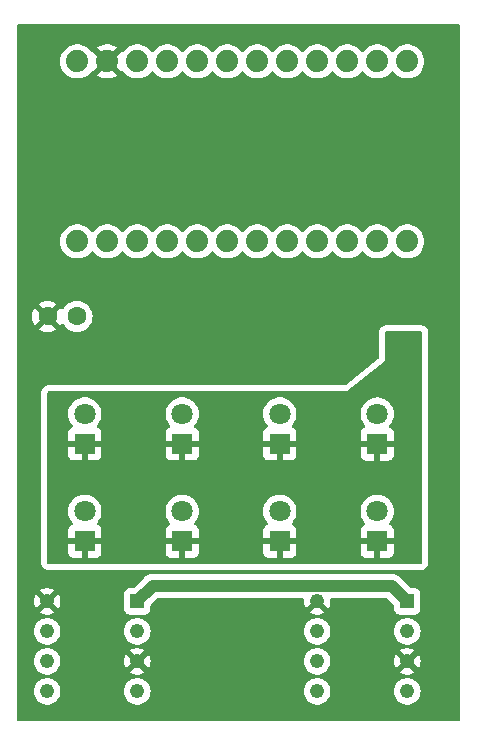
<source format=gbr>
%TF.GenerationSoftware,KiCad,Pcbnew,7.0.10-7.0.10~ubuntu20.04.1*%
%TF.CreationDate,2024-02-13T11:26:12+09:00*%
%TF.ProjectId,diy_oled_3d_controller,6469795f-6f6c-4656-945f-33645f636f6e,rev?*%
%TF.SameCoordinates,Original*%
%TF.FileFunction,Copper,L2,Bot*%
%TF.FilePolarity,Positive*%
%FSLAX46Y46*%
G04 Gerber Fmt 4.6, Leading zero omitted, Abs format (unit mm)*
G04 Created by KiCad (PCBNEW 7.0.10-7.0.10~ubuntu20.04.1) date 2024-02-13 11:26:12*
%MOMM*%
%LPD*%
G01*
G04 APERTURE LIST*
%TA.AperFunction,ComponentPad*%
%ADD10R,1.800000X1.800000*%
%TD*%
%TA.AperFunction,ComponentPad*%
%ADD11C,1.800000*%
%TD*%
%TA.AperFunction,ComponentPad*%
%ADD12C,1.600000*%
%TD*%
%TA.AperFunction,ComponentPad*%
%ADD13C,1.879600*%
%TD*%
%TA.AperFunction,ComponentPad*%
%ADD14R,1.220000X1.220000*%
%TD*%
%TA.AperFunction,ComponentPad*%
%ADD15C,1.220000*%
%TD*%
%TA.AperFunction,ViaPad*%
%ADD16C,0.800000*%
%TD*%
%TA.AperFunction,Conductor*%
%ADD17C,1.000000*%
%TD*%
G04 APERTURE END LIST*
D10*
%TO.P,D6,1,K*%
%TO.N,/LED_MOSFET*%
X105410000Y-92715000D03*
D11*
%TO.P,D6,2,A*%
%TO.N,/RESISTOR_LED*%
X105410000Y-90175000D03*
%TD*%
D10*
%TO.P,D8,1,K*%
%TO.N,/LED_MOSFET*%
X121920000Y-92715000D03*
D11*
%TO.P,D8,2,A*%
%TO.N,/RESISTOR_LED*%
X121920000Y-90175000D03*
%TD*%
D10*
%TO.P,D1,1,K*%
%TO.N,/LED_MOSFET*%
X97155000Y-84455000D03*
D11*
%TO.P,D1,2,A*%
%TO.N,/RESISTOR_LED*%
X97155000Y-81915000D03*
%TD*%
D10*
%TO.P,D5,1,K*%
%TO.N,/LED_MOSFET*%
X97155000Y-92710000D03*
D11*
%TO.P,D5,2,A*%
%TO.N,/RESISTOR_LED*%
X97155000Y-90170000D03*
%TD*%
D10*
%TO.P,D4,1,K*%
%TO.N,/LED_MOSFET*%
X121920000Y-84460000D03*
D11*
%TO.P,D4,2,A*%
%TO.N,/RESISTOR_LED*%
X121920000Y-81920000D03*
%TD*%
D12*
%TO.P,C1,1*%
%TO.N,/5V_AFTER_FUSE*%
X96500000Y-73660000D03*
%TO.P,C1,2*%
%TO.N,GND*%
X94000000Y-73660000D03*
%TD*%
D10*
%TO.P,D7,1,K*%
%TO.N,/LED_MOSFET*%
X113665000Y-92715000D03*
D11*
%TO.P,D7,2,A*%
%TO.N,/RESISTOR_LED*%
X113665000Y-90175000D03*
%TD*%
D13*
%TO.P,B1,24,RAW*%
%TO.N,+5V*%
X96520000Y-52070000D03*
%TO.P,B1,23,GND*%
%TO.N,GND*%
X99060000Y-52070000D03*
%TO.P,B1,22,RESET*%
%TO.N,Net-(B1-RESET)*%
X101600000Y-52070000D03*
%TO.P,B1,21,VCC*%
%TO.N,unconnected-(B1-VCC-Pad21)*%
X104140000Y-52070000D03*
%TO.P,B1,20,A3*%
%TO.N,unconnected-(B1-A3-Pad20)*%
X106680000Y-52070000D03*
%TO.P,B1,19,A2*%
%TO.N,unconnected-(B1-A2-Pad19)*%
X109220000Y-52070000D03*
%TO.P,B1,18,A1*%
%TO.N,/LEFT_OPT101_OUTPUT*%
X111760000Y-52070000D03*
%TO.P,B1,17,A0*%
%TO.N,/RIGHT_OPT101_OUTPUT*%
X114300000Y-52070000D03*
%TO.P,B1,16,13(SCK)*%
%TO.N,unconnected-(B1-13(SCK)-Pad16)*%
X116840000Y-52070000D03*
%TO.P,B1,15,12(MISO)*%
%TO.N,unconnected-(B1-12(MISO)-Pad15)*%
X119380000Y-52070000D03*
%TO.P,B1,14,11(MOSI)*%
%TO.N,unconnected-(B1-11(MOSI)-Pad14)*%
X121920000Y-52070000D03*
%TO.P,B1,13,\u002A10*%
%TO.N,unconnected-(B1-\u002A10-Pad13)*%
X124460000Y-52070000D03*
%TO.P,B1,12,\u002A9*%
%TO.N,unconnected-(B1-\u002A9-Pad12)*%
X124460000Y-67310000D03*
%TO.P,B1,11,8*%
%TO.N,unconnected-(B1-8-Pad11)*%
X121920000Y-67310000D03*
%TO.P,B1,10,7*%
%TO.N,unconnected-(B1-7-Pad10)*%
X119380000Y-67310000D03*
%TO.P,B1,9,\u002A6*%
%TO.N,unconnected-(B1-\u002A6-Pad9)*%
X116840000Y-67310000D03*
%TO.P,B1,8,\u002A5*%
%TO.N,unconnected-(B1-\u002A5-Pad8)*%
X114300000Y-67310000D03*
%TO.P,B1,7,4*%
%TO.N,unconnected-(B1-4-Pad7)*%
X111760000Y-67310000D03*
%TO.P,B1,6,\u002A3*%
%TO.N,/LED_CONTROL*%
X109220000Y-67310000D03*
%TO.P,B1,5,2*%
%TO.N,unconnected-(B1-2-Pad5)*%
X106680000Y-67310000D03*
%TO.P,B1,4,GND*%
%TO.N,unconnected-(B1-GND-Pad4)*%
X104140000Y-67310000D03*
%TO.P,B1,3,GND*%
%TO.N,unconnected-(B1-GND-Pad3)*%
X101600000Y-67310000D03*
%TO.P,B1,2,RXI*%
%TO.N,unconnected-(B1-RXI-Pad2)*%
X99060000Y-67310000D03*
%TO.P,B1,1,TXO*%
%TO.N,unconnected-(B1-TXO-Pad1)*%
X96520000Y-67310000D03*
%TD*%
D10*
%TO.P,D2,1,K*%
%TO.N,/LED_MOSFET*%
X105410000Y-84455000D03*
D11*
%TO.P,D2,2,A*%
%TO.N,/RESISTOR_LED*%
X105410000Y-81915000D03*
%TD*%
D10*
%TO.P,D3,1,K*%
%TO.N,/LED_MOSFET*%
X113665000Y-84455000D03*
D11*
%TO.P,D3,2,A*%
%TO.N,/RESISTOR_LED*%
X113665000Y-81915000D03*
%TD*%
D14*
%TO.P,U2,1,VS*%
%TO.N,/5V_AFTER_FUSE*%
X124460000Y-97790000D03*
D15*
%TO.P,U2,2,-IN*%
%TO.N,unconnected-(U2--IN-Pad2)*%
X124460000Y-100330000D03*
%TO.P,U2,3,-V*%
%TO.N,GND*%
X124460000Y-102870000D03*
%TO.P,U2,4,1MOHM_FB*%
%TO.N,/RIGHT_OPT101_OUTPUT*%
X124460000Y-105410000D03*
%TO.P,U2,5,OUTPUT*%
X116830000Y-105410000D03*
%TO.P,U2,6*%
%TO.N,N/C*%
X116830000Y-102870000D03*
%TO.P,U2,7*%
X116830000Y-100330000D03*
%TO.P,U2,8,COMMON*%
%TO.N,GND*%
X116830000Y-97790000D03*
%TD*%
D14*
%TO.P,U1,1,VS*%
%TO.N,/5V_AFTER_FUSE*%
X101600000Y-97790000D03*
D15*
%TO.P,U1,2,-IN*%
%TO.N,unconnected-(U1--IN-Pad2)*%
X101600000Y-100330000D03*
%TO.P,U1,3,-V*%
%TO.N,GND*%
X101600000Y-102870000D03*
%TO.P,U1,4,1MOHM_FB*%
%TO.N,/LEFT_OPT101_OUTPUT*%
X101600000Y-105410000D03*
%TO.P,U1,5,OUTPUT*%
X93970000Y-105410000D03*
%TO.P,U1,6*%
%TO.N,N/C*%
X93970000Y-102870000D03*
%TO.P,U1,7*%
X93970000Y-100330000D03*
%TO.P,U1,8,COMMON*%
%TO.N,GND*%
X93970000Y-97790000D03*
%TD*%
D16*
%TO.N,GND*%
X120650000Y-76200000D03*
X120650000Y-74295000D03*
%TO.N,/LED_MOSFET*%
X123825000Y-76200000D03*
X123825000Y-77470000D03*
%TD*%
D17*
%TO.N,/5V_AFTER_FUSE*%
X101600000Y-97790000D02*
X102909511Y-96480489D01*
X102909511Y-96480489D02*
X123150489Y-96480489D01*
X123150489Y-96480489D02*
X124460000Y-97790000D01*
%TD*%
%TA.AperFunction,Conductor*%
%TO.N,GND*%
G36*
X128846621Y-48915502D02*
G01*
X128893114Y-48969158D01*
X128904500Y-49021500D01*
X128904500Y-107823500D01*
X128884498Y-107891621D01*
X128830842Y-107938114D01*
X128778500Y-107949500D01*
X91566500Y-107949500D01*
X91498379Y-107929498D01*
X91451886Y-107875842D01*
X91440500Y-107823500D01*
X91440500Y-105410000D01*
X92846708Y-105410000D01*
X92865834Y-105616405D01*
X92922560Y-105815779D01*
X92922563Y-105815785D01*
X93014954Y-106001332D01*
X93014958Y-106001337D01*
X93139875Y-106166756D01*
X93293063Y-106306405D01*
X93469299Y-106415526D01*
X93469300Y-106415526D01*
X93469306Y-106415530D01*
X93662597Y-106490411D01*
X93866356Y-106528500D01*
X93866358Y-106528500D01*
X94073642Y-106528500D01*
X94073644Y-106528500D01*
X94277403Y-106490411D01*
X94470694Y-106415530D01*
X94646935Y-106306406D01*
X94800123Y-106166757D01*
X94925042Y-106001337D01*
X94925043Y-106001333D01*
X94925045Y-106001332D01*
X94971240Y-105908558D01*
X95017439Y-105815780D01*
X95074166Y-105616404D01*
X95093292Y-105410000D01*
X100476708Y-105410000D01*
X100495834Y-105616405D01*
X100552560Y-105815779D01*
X100552563Y-105815785D01*
X100644954Y-106001332D01*
X100644958Y-106001337D01*
X100769875Y-106166756D01*
X100923063Y-106306405D01*
X101099299Y-106415526D01*
X101099300Y-106415526D01*
X101099306Y-106415530D01*
X101292597Y-106490411D01*
X101496356Y-106528500D01*
X101496358Y-106528500D01*
X101703642Y-106528500D01*
X101703644Y-106528500D01*
X101907403Y-106490411D01*
X102100694Y-106415530D01*
X102276935Y-106306406D01*
X102430123Y-106166757D01*
X102555042Y-106001337D01*
X102555043Y-106001333D01*
X102555045Y-106001332D01*
X102601240Y-105908558D01*
X102647439Y-105815780D01*
X102704166Y-105616404D01*
X102723292Y-105410000D01*
X115706708Y-105410000D01*
X115725834Y-105616405D01*
X115782560Y-105815779D01*
X115782563Y-105815785D01*
X115874954Y-106001332D01*
X115874958Y-106001337D01*
X115999875Y-106166756D01*
X116153063Y-106306405D01*
X116329299Y-106415526D01*
X116329300Y-106415526D01*
X116329306Y-106415530D01*
X116522597Y-106490411D01*
X116726356Y-106528500D01*
X116726358Y-106528500D01*
X116933642Y-106528500D01*
X116933644Y-106528500D01*
X117137403Y-106490411D01*
X117330694Y-106415530D01*
X117506935Y-106306406D01*
X117660123Y-106166757D01*
X117785042Y-106001337D01*
X117785043Y-106001333D01*
X117785045Y-106001332D01*
X117831240Y-105908558D01*
X117877439Y-105815780D01*
X117934166Y-105616404D01*
X117953292Y-105410000D01*
X123336708Y-105410000D01*
X123355834Y-105616405D01*
X123412560Y-105815779D01*
X123412563Y-105815785D01*
X123504954Y-106001332D01*
X123504958Y-106001337D01*
X123629875Y-106166756D01*
X123783063Y-106306405D01*
X123959299Y-106415526D01*
X123959300Y-106415526D01*
X123959306Y-106415530D01*
X124152597Y-106490411D01*
X124356356Y-106528500D01*
X124356358Y-106528500D01*
X124563642Y-106528500D01*
X124563644Y-106528500D01*
X124767403Y-106490411D01*
X124960694Y-106415530D01*
X125136935Y-106306406D01*
X125290123Y-106166757D01*
X125415042Y-106001337D01*
X125415043Y-106001333D01*
X125415045Y-106001332D01*
X125461240Y-105908558D01*
X125507439Y-105815780D01*
X125564166Y-105616404D01*
X125583292Y-105410000D01*
X125564166Y-105203596D01*
X125507439Y-105004220D01*
X125506319Y-105001971D01*
X125415045Y-104818667D01*
X125415041Y-104818662D01*
X125290124Y-104653243D01*
X125136936Y-104513594D01*
X124960700Y-104404473D01*
X124960696Y-104404471D01*
X124960694Y-104404470D01*
X124842285Y-104358598D01*
X124767404Y-104329589D01*
X124699483Y-104316892D01*
X124563644Y-104291500D01*
X124356356Y-104291500D01*
X124254476Y-104310544D01*
X124152595Y-104329589D01*
X124002833Y-104387607D01*
X123959306Y-104404470D01*
X123959305Y-104404470D01*
X123959304Y-104404471D01*
X123959299Y-104404473D01*
X123783063Y-104513594D01*
X123629875Y-104653243D01*
X123504958Y-104818662D01*
X123504954Y-104818667D01*
X123412563Y-105004214D01*
X123412560Y-105004220D01*
X123355834Y-105203594D01*
X123336708Y-105410000D01*
X117953292Y-105410000D01*
X117934166Y-105203596D01*
X117877439Y-105004220D01*
X117876319Y-105001971D01*
X117785045Y-104818667D01*
X117785041Y-104818662D01*
X117660124Y-104653243D01*
X117506936Y-104513594D01*
X117330700Y-104404473D01*
X117330696Y-104404471D01*
X117330694Y-104404470D01*
X117212285Y-104358598D01*
X117137404Y-104329589D01*
X117069483Y-104316892D01*
X116933644Y-104291500D01*
X116726356Y-104291500D01*
X116624476Y-104310544D01*
X116522595Y-104329589D01*
X116372833Y-104387607D01*
X116329306Y-104404470D01*
X116329305Y-104404470D01*
X116329304Y-104404471D01*
X116329299Y-104404473D01*
X116153063Y-104513594D01*
X115999875Y-104653243D01*
X115874958Y-104818662D01*
X115874954Y-104818667D01*
X115782563Y-105004214D01*
X115782560Y-105004220D01*
X115725834Y-105203594D01*
X115706708Y-105410000D01*
X102723292Y-105410000D01*
X102704166Y-105203596D01*
X102647439Y-105004220D01*
X102646319Y-105001971D01*
X102555045Y-104818667D01*
X102555041Y-104818662D01*
X102430124Y-104653243D01*
X102276936Y-104513594D01*
X102100700Y-104404473D01*
X102100696Y-104404471D01*
X102100694Y-104404470D01*
X101982285Y-104358598D01*
X101907404Y-104329589D01*
X101839483Y-104316892D01*
X101703644Y-104291500D01*
X101496356Y-104291500D01*
X101394476Y-104310544D01*
X101292595Y-104329589D01*
X101142833Y-104387607D01*
X101099306Y-104404470D01*
X101099305Y-104404470D01*
X101099304Y-104404471D01*
X101099299Y-104404473D01*
X100923063Y-104513594D01*
X100769875Y-104653243D01*
X100644958Y-104818662D01*
X100644954Y-104818667D01*
X100552563Y-105004214D01*
X100552560Y-105004220D01*
X100495834Y-105203594D01*
X100476708Y-105410000D01*
X95093292Y-105410000D01*
X95074166Y-105203596D01*
X95017439Y-105004220D01*
X95016319Y-105001971D01*
X94925045Y-104818667D01*
X94925041Y-104818662D01*
X94800124Y-104653243D01*
X94646936Y-104513594D01*
X94470700Y-104404473D01*
X94470696Y-104404471D01*
X94470694Y-104404470D01*
X94352285Y-104358598D01*
X94277404Y-104329589D01*
X94209483Y-104316892D01*
X94073644Y-104291500D01*
X93866356Y-104291500D01*
X93764476Y-104310544D01*
X93662595Y-104329589D01*
X93512833Y-104387607D01*
X93469306Y-104404470D01*
X93469305Y-104404470D01*
X93469304Y-104404471D01*
X93469299Y-104404473D01*
X93293063Y-104513594D01*
X93139875Y-104653243D01*
X93014958Y-104818662D01*
X93014954Y-104818667D01*
X92922563Y-105004214D01*
X92922560Y-105004220D01*
X92865834Y-105203594D01*
X92846708Y-105410000D01*
X91440500Y-105410000D01*
X91440500Y-102870000D01*
X92846708Y-102870000D01*
X92865834Y-103076405D01*
X92922560Y-103275779D01*
X92922563Y-103275785D01*
X93014954Y-103461332D01*
X93014958Y-103461337D01*
X93139875Y-103626756D01*
X93293063Y-103766405D01*
X93469299Y-103875526D01*
X93469300Y-103875526D01*
X93469306Y-103875530D01*
X93662597Y-103950411D01*
X93866356Y-103988500D01*
X93866358Y-103988500D01*
X94073642Y-103988500D01*
X94073644Y-103988500D01*
X94277403Y-103950411D01*
X94470694Y-103875530D01*
X94646935Y-103766406D01*
X94800123Y-103626757D01*
X94925042Y-103461337D01*
X94925043Y-103461333D01*
X94925045Y-103461332D01*
X95010174Y-103290369D01*
X95017439Y-103275780D01*
X95074166Y-103076404D01*
X95093292Y-102870004D01*
X100477210Y-102870004D01*
X100496327Y-103076310D01*
X100553027Y-103275590D01*
X100553030Y-103275598D01*
X100645385Y-103461072D01*
X100647248Y-103463540D01*
X101169149Y-102941639D01*
X101171117Y-102967890D01*
X101219024Y-103089956D01*
X101300783Y-103192479D01*
X101409129Y-103266348D01*
X101526620Y-103302589D01*
X101009730Y-103819478D01*
X101099523Y-103875076D01*
X101099533Y-103875081D01*
X101292730Y-103949926D01*
X101496404Y-103988000D01*
X101703596Y-103988000D01*
X101907266Y-103949927D01*
X102100470Y-103875079D01*
X102100474Y-103875077D01*
X102190269Y-103819478D01*
X101670133Y-103299342D01*
X101729667Y-103290369D01*
X101847812Y-103233473D01*
X101943938Y-103144281D01*
X102009503Y-103030718D01*
X102030023Y-102940814D01*
X102552749Y-103463540D01*
X102552751Y-103463540D01*
X102554612Y-103461075D01*
X102646969Y-103275598D01*
X102646972Y-103275590D01*
X102703672Y-103076310D01*
X102722790Y-102870004D01*
X102722790Y-102870000D01*
X115706708Y-102870000D01*
X115725834Y-103076405D01*
X115782560Y-103275779D01*
X115782563Y-103275785D01*
X115874954Y-103461332D01*
X115874958Y-103461337D01*
X115999875Y-103626756D01*
X116153063Y-103766405D01*
X116329299Y-103875526D01*
X116329300Y-103875526D01*
X116329306Y-103875530D01*
X116522597Y-103950411D01*
X116726356Y-103988500D01*
X116726358Y-103988500D01*
X116933642Y-103988500D01*
X116933644Y-103988500D01*
X117137403Y-103950411D01*
X117330694Y-103875530D01*
X117506935Y-103766406D01*
X117660123Y-103626757D01*
X117785042Y-103461337D01*
X117785043Y-103461333D01*
X117785045Y-103461332D01*
X117870174Y-103290369D01*
X117877439Y-103275780D01*
X117934166Y-103076404D01*
X117953292Y-102870004D01*
X123337210Y-102870004D01*
X123356327Y-103076310D01*
X123413027Y-103275590D01*
X123413030Y-103275598D01*
X123505385Y-103461072D01*
X123507248Y-103463540D01*
X124029149Y-102941639D01*
X124031117Y-102967890D01*
X124079024Y-103089956D01*
X124160783Y-103192479D01*
X124269129Y-103266348D01*
X124386620Y-103302589D01*
X123869730Y-103819478D01*
X123959523Y-103875076D01*
X123959533Y-103875081D01*
X124152730Y-103949926D01*
X124356404Y-103988000D01*
X124563596Y-103988000D01*
X124767266Y-103949927D01*
X124960470Y-103875079D01*
X124960474Y-103875077D01*
X125050269Y-103819478D01*
X124530133Y-103299342D01*
X124589667Y-103290369D01*
X124707812Y-103233473D01*
X124803938Y-103144281D01*
X124869503Y-103030718D01*
X124890023Y-102940814D01*
X125412749Y-103463540D01*
X125412751Y-103463540D01*
X125414612Y-103461075D01*
X125506969Y-103275598D01*
X125506972Y-103275590D01*
X125563672Y-103076310D01*
X125582790Y-102870004D01*
X125582790Y-102869995D01*
X125563672Y-102663689D01*
X125506972Y-102464409D01*
X125506969Y-102464401D01*
X125414615Y-102278928D01*
X125412750Y-102276458D01*
X124890850Y-102798358D01*
X124888883Y-102772110D01*
X124840976Y-102650044D01*
X124759217Y-102547521D01*
X124650871Y-102473652D01*
X124533379Y-102437410D01*
X125050268Y-101920520D01*
X124960471Y-101864920D01*
X124960464Y-101864917D01*
X124767269Y-101790073D01*
X124563596Y-101752000D01*
X124356404Y-101752000D01*
X124152730Y-101790073D01*
X123959535Y-101864917D01*
X123959523Y-101864923D01*
X123869729Y-101920520D01*
X124389866Y-102440657D01*
X124330333Y-102449631D01*
X124212188Y-102506527D01*
X124116062Y-102595719D01*
X124050497Y-102709282D01*
X124029976Y-102799185D01*
X123507249Y-102276458D01*
X123507246Y-102276458D01*
X123505391Y-102278917D01*
X123505386Y-102278925D01*
X123413030Y-102464401D01*
X123413027Y-102464409D01*
X123356327Y-102663689D01*
X123337210Y-102869995D01*
X123337210Y-102870004D01*
X117953292Y-102870004D01*
X117953292Y-102870000D01*
X117934166Y-102663596D01*
X117877439Y-102464220D01*
X117876319Y-102461971D01*
X117785045Y-102278667D01*
X117785041Y-102278662D01*
X117660124Y-102113243D01*
X117506936Y-101973594D01*
X117330700Y-101864473D01*
X117330696Y-101864471D01*
X117330694Y-101864470D01*
X117212285Y-101818598D01*
X117137404Y-101789589D01*
X117069483Y-101776892D01*
X116933644Y-101751500D01*
X116726356Y-101751500D01*
X116624476Y-101770544D01*
X116522595Y-101789589D01*
X116372833Y-101847607D01*
X116329306Y-101864470D01*
X116329305Y-101864470D01*
X116329304Y-101864471D01*
X116329299Y-101864473D01*
X116153063Y-101973594D01*
X115999875Y-102113243D01*
X115874958Y-102278662D01*
X115874954Y-102278667D01*
X115782563Y-102464214D01*
X115782560Y-102464220D01*
X115725834Y-102663594D01*
X115706708Y-102870000D01*
X102722790Y-102870000D01*
X102722790Y-102869995D01*
X102703672Y-102663689D01*
X102646972Y-102464409D01*
X102646969Y-102464401D01*
X102554615Y-102278928D01*
X102552750Y-102276458D01*
X102030850Y-102798358D01*
X102028883Y-102772110D01*
X101980976Y-102650044D01*
X101899217Y-102547521D01*
X101790871Y-102473652D01*
X101673379Y-102437410D01*
X102190268Y-101920520D01*
X102100471Y-101864920D01*
X102100464Y-101864917D01*
X101907269Y-101790073D01*
X101703596Y-101752000D01*
X101496404Y-101752000D01*
X101292730Y-101790073D01*
X101099535Y-101864917D01*
X101099523Y-101864923D01*
X101009729Y-101920520D01*
X101529866Y-102440657D01*
X101470333Y-102449631D01*
X101352188Y-102506527D01*
X101256062Y-102595719D01*
X101190497Y-102709282D01*
X101169976Y-102799185D01*
X100647249Y-102276458D01*
X100647246Y-102276458D01*
X100645391Y-102278917D01*
X100645386Y-102278925D01*
X100553030Y-102464401D01*
X100553027Y-102464409D01*
X100496327Y-102663689D01*
X100477210Y-102869995D01*
X100477210Y-102870004D01*
X95093292Y-102870004D01*
X95093292Y-102870000D01*
X95074166Y-102663596D01*
X95017439Y-102464220D01*
X95016319Y-102461971D01*
X94925045Y-102278667D01*
X94925041Y-102278662D01*
X94800124Y-102113243D01*
X94646936Y-101973594D01*
X94470700Y-101864473D01*
X94470696Y-101864471D01*
X94470694Y-101864470D01*
X94352285Y-101818598D01*
X94277404Y-101789589D01*
X94209483Y-101776892D01*
X94073644Y-101751500D01*
X93866356Y-101751500D01*
X93764476Y-101770544D01*
X93662595Y-101789589D01*
X93512833Y-101847607D01*
X93469306Y-101864470D01*
X93469305Y-101864470D01*
X93469304Y-101864471D01*
X93469299Y-101864473D01*
X93293063Y-101973594D01*
X93139875Y-102113243D01*
X93014958Y-102278662D01*
X93014954Y-102278667D01*
X92922563Y-102464214D01*
X92922560Y-102464220D01*
X92865834Y-102663594D01*
X92846708Y-102870000D01*
X91440500Y-102870000D01*
X91440500Y-100330000D01*
X92846708Y-100330000D01*
X92865834Y-100536405D01*
X92922560Y-100735779D01*
X92922563Y-100735785D01*
X93014954Y-100921332D01*
X93014958Y-100921337D01*
X93139875Y-101086756D01*
X93293063Y-101226405D01*
X93469299Y-101335526D01*
X93469300Y-101335526D01*
X93469306Y-101335530D01*
X93662597Y-101410411D01*
X93866356Y-101448500D01*
X93866358Y-101448500D01*
X94073642Y-101448500D01*
X94073644Y-101448500D01*
X94277403Y-101410411D01*
X94470694Y-101335530D01*
X94646935Y-101226406D01*
X94800123Y-101086757D01*
X94925042Y-100921337D01*
X94925043Y-100921333D01*
X94925045Y-100921332D01*
X94971240Y-100828558D01*
X95017439Y-100735780D01*
X95074166Y-100536404D01*
X95093292Y-100330000D01*
X100476708Y-100330000D01*
X100495834Y-100536405D01*
X100552560Y-100735779D01*
X100552563Y-100735785D01*
X100644954Y-100921332D01*
X100644958Y-100921337D01*
X100769875Y-101086756D01*
X100923063Y-101226405D01*
X101099299Y-101335526D01*
X101099300Y-101335526D01*
X101099306Y-101335530D01*
X101292597Y-101410411D01*
X101496356Y-101448500D01*
X101496358Y-101448500D01*
X101703642Y-101448500D01*
X101703644Y-101448500D01*
X101907403Y-101410411D01*
X102100694Y-101335530D01*
X102276935Y-101226406D01*
X102430123Y-101086757D01*
X102555042Y-100921337D01*
X102555043Y-100921333D01*
X102555045Y-100921332D01*
X102601240Y-100828558D01*
X102647439Y-100735780D01*
X102704166Y-100536404D01*
X102723292Y-100330000D01*
X115706708Y-100330000D01*
X115725834Y-100536405D01*
X115782560Y-100735779D01*
X115782563Y-100735785D01*
X115874954Y-100921332D01*
X115874958Y-100921337D01*
X115999875Y-101086756D01*
X116153063Y-101226405D01*
X116329299Y-101335526D01*
X116329300Y-101335526D01*
X116329306Y-101335530D01*
X116522597Y-101410411D01*
X116726356Y-101448500D01*
X116726358Y-101448500D01*
X116933642Y-101448500D01*
X116933644Y-101448500D01*
X117137403Y-101410411D01*
X117330694Y-101335530D01*
X117506935Y-101226406D01*
X117660123Y-101086757D01*
X117785042Y-100921337D01*
X117785043Y-100921333D01*
X117785045Y-100921332D01*
X117831240Y-100828558D01*
X117877439Y-100735780D01*
X117934166Y-100536404D01*
X117953292Y-100330000D01*
X123336708Y-100330000D01*
X123355834Y-100536405D01*
X123412560Y-100735779D01*
X123412563Y-100735785D01*
X123504954Y-100921332D01*
X123504958Y-100921337D01*
X123629875Y-101086756D01*
X123783063Y-101226405D01*
X123959299Y-101335526D01*
X123959300Y-101335526D01*
X123959306Y-101335530D01*
X124152597Y-101410411D01*
X124356356Y-101448500D01*
X124356358Y-101448500D01*
X124563642Y-101448500D01*
X124563644Y-101448500D01*
X124767403Y-101410411D01*
X124960694Y-101335530D01*
X125136935Y-101226406D01*
X125290123Y-101086757D01*
X125415042Y-100921337D01*
X125415043Y-100921333D01*
X125415045Y-100921332D01*
X125461240Y-100828558D01*
X125507439Y-100735780D01*
X125564166Y-100536404D01*
X125583292Y-100330000D01*
X125564166Y-100123596D01*
X125507439Y-99924220D01*
X125506319Y-99921971D01*
X125415045Y-99738667D01*
X125415041Y-99738662D01*
X125290124Y-99573243D01*
X125136936Y-99433594D01*
X124960700Y-99324473D01*
X124960696Y-99324471D01*
X124960694Y-99324470D01*
X124842285Y-99278598D01*
X124767404Y-99249589D01*
X124699483Y-99236892D01*
X124563644Y-99211500D01*
X124356356Y-99211500D01*
X124254476Y-99230544D01*
X124152595Y-99249589D01*
X124002833Y-99307607D01*
X123959306Y-99324470D01*
X123959305Y-99324470D01*
X123959304Y-99324471D01*
X123959299Y-99324473D01*
X123783063Y-99433594D01*
X123629875Y-99573243D01*
X123504958Y-99738662D01*
X123504954Y-99738667D01*
X123412563Y-99924214D01*
X123412560Y-99924220D01*
X123355834Y-100123594D01*
X123336708Y-100330000D01*
X117953292Y-100330000D01*
X117934166Y-100123596D01*
X117877439Y-99924220D01*
X117876319Y-99921971D01*
X117785045Y-99738667D01*
X117785041Y-99738662D01*
X117660124Y-99573243D01*
X117506936Y-99433594D01*
X117330700Y-99324473D01*
X117330696Y-99324471D01*
X117330694Y-99324470D01*
X117212285Y-99278598D01*
X117137404Y-99249589D01*
X117069483Y-99236892D01*
X116933644Y-99211500D01*
X116726356Y-99211500D01*
X116624476Y-99230544D01*
X116522595Y-99249589D01*
X116372833Y-99307607D01*
X116329306Y-99324470D01*
X116329305Y-99324470D01*
X116329304Y-99324471D01*
X116329299Y-99324473D01*
X116153063Y-99433594D01*
X115999875Y-99573243D01*
X115874958Y-99738662D01*
X115874954Y-99738667D01*
X115782563Y-99924214D01*
X115782560Y-99924220D01*
X115725834Y-100123594D01*
X115706708Y-100330000D01*
X102723292Y-100330000D01*
X102704166Y-100123596D01*
X102647439Y-99924220D01*
X102646319Y-99921971D01*
X102555045Y-99738667D01*
X102555041Y-99738662D01*
X102430124Y-99573243D01*
X102276936Y-99433594D01*
X102100700Y-99324473D01*
X102100696Y-99324471D01*
X102100694Y-99324470D01*
X101982285Y-99278598D01*
X101907404Y-99249589D01*
X101839483Y-99236892D01*
X101703644Y-99211500D01*
X101496356Y-99211500D01*
X101394476Y-99230544D01*
X101292595Y-99249589D01*
X101142833Y-99307607D01*
X101099306Y-99324470D01*
X101099305Y-99324470D01*
X101099304Y-99324471D01*
X101099299Y-99324473D01*
X100923063Y-99433594D01*
X100769875Y-99573243D01*
X100644958Y-99738662D01*
X100644954Y-99738667D01*
X100552563Y-99924214D01*
X100552560Y-99924220D01*
X100495834Y-100123594D01*
X100476708Y-100330000D01*
X95093292Y-100330000D01*
X95074166Y-100123596D01*
X95017439Y-99924220D01*
X95016319Y-99921971D01*
X94925045Y-99738667D01*
X94925041Y-99738662D01*
X94800124Y-99573243D01*
X94646936Y-99433594D01*
X94470700Y-99324473D01*
X94470696Y-99324471D01*
X94470694Y-99324470D01*
X94352285Y-99278598D01*
X94277404Y-99249589D01*
X94209483Y-99236892D01*
X94073644Y-99211500D01*
X93866356Y-99211500D01*
X93764476Y-99230544D01*
X93662595Y-99249589D01*
X93512833Y-99307607D01*
X93469306Y-99324470D01*
X93469305Y-99324470D01*
X93469304Y-99324471D01*
X93469299Y-99324473D01*
X93293063Y-99433594D01*
X93139875Y-99573243D01*
X93014958Y-99738662D01*
X93014954Y-99738667D01*
X92922563Y-99924214D01*
X92922560Y-99924220D01*
X92865834Y-100123594D01*
X92846708Y-100330000D01*
X91440500Y-100330000D01*
X91440500Y-97790004D01*
X92847210Y-97790004D01*
X92866327Y-97996310D01*
X92923027Y-98195590D01*
X92923030Y-98195598D01*
X93015385Y-98381072D01*
X93017248Y-98383540D01*
X93539149Y-97861639D01*
X93541117Y-97887890D01*
X93589024Y-98009956D01*
X93670783Y-98112479D01*
X93779129Y-98186348D01*
X93896620Y-98222589D01*
X93379730Y-98739478D01*
X93469523Y-98795076D01*
X93469533Y-98795081D01*
X93662730Y-98869926D01*
X93866404Y-98908000D01*
X94073596Y-98908000D01*
X94277266Y-98869927D01*
X94470470Y-98795079D01*
X94470474Y-98795077D01*
X94560269Y-98739478D01*
X94269440Y-98448649D01*
X100481500Y-98448649D01*
X100488009Y-98509196D01*
X100488011Y-98509204D01*
X100539110Y-98646202D01*
X100539112Y-98646207D01*
X100626738Y-98763261D01*
X100743792Y-98850887D01*
X100743794Y-98850888D01*
X100743796Y-98850889D01*
X100794836Y-98869926D01*
X100880795Y-98901988D01*
X100880803Y-98901990D01*
X100941350Y-98908499D01*
X100941355Y-98908499D01*
X100941362Y-98908500D01*
X100941368Y-98908500D01*
X102258632Y-98908500D01*
X102258638Y-98908500D01*
X102258645Y-98908499D01*
X102258649Y-98908499D01*
X102319196Y-98901990D01*
X102319199Y-98901989D01*
X102319201Y-98901989D01*
X102456204Y-98850889D01*
X102573261Y-98763261D01*
X102660889Y-98646204D01*
X102711989Y-98509201D01*
X102718500Y-98448638D01*
X102718500Y-98149924D01*
X102738502Y-98081803D01*
X102755405Y-98060829D01*
X103290340Y-97525894D01*
X103352652Y-97491868D01*
X103379435Y-97488989D01*
X115596888Y-97488989D01*
X115665009Y-97508991D01*
X115711502Y-97562647D01*
X115722350Y-97626615D01*
X115707210Y-97789995D01*
X115707210Y-97790004D01*
X115726327Y-97996310D01*
X115783027Y-98195590D01*
X115783030Y-98195598D01*
X115875385Y-98381072D01*
X115877248Y-98383540D01*
X116399149Y-97861639D01*
X116401117Y-97887890D01*
X116449024Y-98009956D01*
X116530783Y-98112479D01*
X116639129Y-98186348D01*
X116756620Y-98222589D01*
X116239730Y-98739478D01*
X116329523Y-98795076D01*
X116329533Y-98795081D01*
X116522730Y-98869926D01*
X116726404Y-98908000D01*
X116933596Y-98908000D01*
X117137266Y-98869927D01*
X117330470Y-98795079D01*
X117330474Y-98795077D01*
X117420269Y-98739478D01*
X116900133Y-98219342D01*
X116959667Y-98210369D01*
X117077812Y-98153473D01*
X117173938Y-98064281D01*
X117239503Y-97950718D01*
X117260023Y-97860812D01*
X117782751Y-98383540D01*
X117784612Y-98381075D01*
X117876969Y-98195598D01*
X117876972Y-98195590D01*
X117933672Y-97996310D01*
X117952790Y-97790004D01*
X117952790Y-97789995D01*
X117937650Y-97626615D01*
X117951281Y-97556940D01*
X118000417Y-97505694D01*
X118063112Y-97488989D01*
X122680565Y-97488989D01*
X122748686Y-97508991D01*
X122769660Y-97525894D01*
X123304595Y-98060829D01*
X123338621Y-98123141D01*
X123341500Y-98149924D01*
X123341500Y-98448649D01*
X123348009Y-98509196D01*
X123348011Y-98509204D01*
X123399110Y-98646202D01*
X123399112Y-98646207D01*
X123486738Y-98763261D01*
X123603792Y-98850887D01*
X123603794Y-98850888D01*
X123603796Y-98850889D01*
X123654836Y-98869926D01*
X123740795Y-98901988D01*
X123740803Y-98901990D01*
X123801350Y-98908499D01*
X123801355Y-98908499D01*
X123801362Y-98908500D01*
X123801368Y-98908500D01*
X125118632Y-98908500D01*
X125118638Y-98908500D01*
X125118645Y-98908499D01*
X125118649Y-98908499D01*
X125179196Y-98901990D01*
X125179199Y-98901989D01*
X125179201Y-98901989D01*
X125316204Y-98850889D01*
X125433261Y-98763261D01*
X125520889Y-98646204D01*
X125571989Y-98509201D01*
X125578500Y-98448638D01*
X125578500Y-97131362D01*
X125578499Y-97131350D01*
X125571990Y-97070803D01*
X125571988Y-97070795D01*
X125520889Y-96933797D01*
X125520887Y-96933792D01*
X125433261Y-96816738D01*
X125316207Y-96729112D01*
X125316202Y-96729110D01*
X125179204Y-96678011D01*
X125179196Y-96678009D01*
X125118649Y-96671500D01*
X125118638Y-96671500D01*
X124819924Y-96671500D01*
X124751803Y-96651498D01*
X124730829Y-96634595D01*
X123903021Y-95806787D01*
X123894728Y-95797638D01*
X123867057Y-95763921D01*
X123713493Y-95637894D01*
X123538294Y-95544248D01*
X123538292Y-95544247D01*
X123348193Y-95486580D01*
X123348181Y-95486578D01*
X123150493Y-95467109D01*
X123150486Y-95467109D01*
X123107102Y-95471382D01*
X123094752Y-95471989D01*
X102965245Y-95471989D01*
X102952896Y-95471382D01*
X102937643Y-95469879D01*
X102909513Y-95467109D01*
X102909509Y-95467109D01*
X102876479Y-95470362D01*
X102859964Y-95471989D01*
X102711816Y-95486579D01*
X102521706Y-95544248D01*
X102346506Y-95637894D01*
X102192941Y-95763921D01*
X102165281Y-95797625D01*
X102156980Y-95806784D01*
X101329171Y-96634595D01*
X101266858Y-96668620D01*
X101240075Y-96671500D01*
X100941350Y-96671500D01*
X100880803Y-96678009D01*
X100880795Y-96678011D01*
X100743797Y-96729110D01*
X100743792Y-96729112D01*
X100626738Y-96816738D01*
X100539112Y-96933792D01*
X100539110Y-96933797D01*
X100488011Y-97070795D01*
X100488009Y-97070803D01*
X100481500Y-97131350D01*
X100481500Y-98448649D01*
X94269440Y-98448649D01*
X94040133Y-98219342D01*
X94099667Y-98210369D01*
X94217812Y-98153473D01*
X94313938Y-98064281D01*
X94379503Y-97950718D01*
X94400023Y-97860814D01*
X94922749Y-98383540D01*
X94922751Y-98383540D01*
X94924612Y-98381075D01*
X95016969Y-98195598D01*
X95016972Y-98195590D01*
X95073672Y-97996310D01*
X95092790Y-97790004D01*
X95092790Y-97789995D01*
X95073672Y-97583689D01*
X95016972Y-97384409D01*
X95016969Y-97384401D01*
X94924615Y-97198928D01*
X94922750Y-97196458D01*
X94400850Y-97718358D01*
X94398883Y-97692110D01*
X94350976Y-97570044D01*
X94269217Y-97467521D01*
X94160871Y-97393652D01*
X94043379Y-97357410D01*
X94560268Y-96840520D01*
X94470471Y-96784920D01*
X94470464Y-96784917D01*
X94277269Y-96710073D01*
X94073596Y-96672000D01*
X93866404Y-96672000D01*
X93662730Y-96710073D01*
X93469535Y-96784917D01*
X93469523Y-96784923D01*
X93379729Y-96840520D01*
X93899866Y-97360657D01*
X93840333Y-97369631D01*
X93722188Y-97426527D01*
X93626062Y-97515719D01*
X93560497Y-97629282D01*
X93539976Y-97719185D01*
X93017249Y-97196458D01*
X93017246Y-97196458D01*
X93015391Y-97198917D01*
X93015386Y-97198925D01*
X92923030Y-97384401D01*
X92923027Y-97384409D01*
X92866327Y-97583689D01*
X92847210Y-97789995D01*
X92847210Y-97790004D01*
X91440500Y-97790004D01*
X91440500Y-94489009D01*
X93466500Y-94489009D01*
X93478235Y-94598155D01*
X93478235Y-94598159D01*
X93489617Y-94650480D01*
X93489623Y-94650501D01*
X93524288Y-94754654D01*
X93524290Y-94754657D01*
X93603308Y-94877612D01*
X93603311Y-94877615D01*
X93603315Y-94877621D01*
X93647575Y-94928700D01*
X93649396Y-94930920D01*
X93760258Y-95026980D01*
X93760261Y-95026982D01*
X93893210Y-95087698D01*
X93961331Y-95107700D01*
X94106000Y-95128500D01*
X94106004Y-95128500D01*
X125603994Y-95128500D01*
X125604000Y-95128500D01*
X125713149Y-95116766D01*
X125713158Y-95116764D01*
X125713159Y-95116764D01*
X125729303Y-95113251D01*
X125765491Y-95105380D01*
X125869657Y-95070710D01*
X125992612Y-94991692D01*
X126043721Y-94947405D01*
X126045924Y-94945598D01*
X126141980Y-94834741D01*
X126141982Y-94834739D01*
X126202698Y-94701790D01*
X126222700Y-94633669D01*
X126243500Y-94489000D01*
X126243500Y-75056000D01*
X126231766Y-74946851D01*
X126220380Y-74894509D01*
X126188100Y-74797523D01*
X126185711Y-74790345D01*
X126185710Y-74790343D01*
X126106692Y-74667388D01*
X126105658Y-74666195D01*
X126062424Y-74616300D01*
X126060600Y-74614077D01*
X125949741Y-74518019D01*
X125949738Y-74518017D01*
X125816789Y-74457301D01*
X125748677Y-74437302D01*
X125748670Y-74437300D01*
X125719735Y-74433140D01*
X125604000Y-74416500D01*
X122681000Y-74416500D01*
X122680990Y-74416500D01*
X122592267Y-74426039D01*
X122571851Y-74428234D01*
X122571848Y-74428234D01*
X122571844Y-74428235D01*
X122571840Y-74428235D01*
X122519519Y-74439617D01*
X122519498Y-74439623D01*
X122415345Y-74474288D01*
X122292385Y-74553310D01*
X122241299Y-74597576D01*
X122239080Y-74599395D01*
X122143019Y-74710258D01*
X122143017Y-74710261D01*
X122082301Y-74843210D01*
X122062302Y-74911322D01*
X122062300Y-74911329D01*
X122062300Y-74911331D01*
X122041502Y-75055990D01*
X122041500Y-75056003D01*
X122041500Y-77162640D01*
X122021498Y-77230761D01*
X121994212Y-77261029D01*
X119234388Y-79468889D01*
X119168699Y-79495825D01*
X119155676Y-79496500D01*
X94105990Y-79496500D01*
X94017267Y-79506039D01*
X93996851Y-79508234D01*
X93996848Y-79508234D01*
X93996844Y-79508235D01*
X93996840Y-79508235D01*
X93944519Y-79519617D01*
X93944498Y-79519623D01*
X93840345Y-79554288D01*
X93717385Y-79633310D01*
X93666299Y-79677576D01*
X93664080Y-79679395D01*
X93568019Y-79790258D01*
X93568017Y-79790261D01*
X93507301Y-79923210D01*
X93487302Y-79991322D01*
X93487300Y-79991329D01*
X93466500Y-80136003D01*
X93466500Y-94489009D01*
X91440500Y-94489009D01*
X91440500Y-73660000D01*
X92687004Y-73660000D01*
X92706951Y-73888002D01*
X92766186Y-74109068D01*
X92766188Y-74109073D01*
X92862913Y-74316501D01*
X92912899Y-74387888D01*
X93601272Y-73699516D01*
X93614835Y-73785148D01*
X93672359Y-73898045D01*
X93761955Y-73987641D01*
X93874852Y-74045165D01*
X93960482Y-74058727D01*
X93272110Y-74747098D01*
X93272110Y-74747100D01*
X93343498Y-74797086D01*
X93550926Y-74893811D01*
X93550931Y-74893813D01*
X93771999Y-74953048D01*
X93771995Y-74953048D01*
X94000000Y-74972995D01*
X94228002Y-74953048D01*
X94449068Y-74893813D01*
X94449073Y-74893811D01*
X94656497Y-74797088D01*
X94727888Y-74747099D01*
X94727888Y-74747097D01*
X94039518Y-74058727D01*
X94125148Y-74045165D01*
X94238045Y-73987641D01*
X94327641Y-73898045D01*
X94385165Y-73785148D01*
X94398727Y-73699518D01*
X95087097Y-74387888D01*
X95087099Y-74387888D01*
X95137088Y-74316496D01*
X95139841Y-74311730D01*
X95141729Y-74312820D01*
X95182384Y-74266594D01*
X95250651Y-74247094D01*
X95318622Y-74267597D01*
X95357989Y-74312987D01*
X95359726Y-74311985D01*
X95362474Y-74316746D01*
X95493799Y-74504296D01*
X95493802Y-74504300D01*
X95655700Y-74666198D01*
X95843251Y-74797523D01*
X96050757Y-74894284D01*
X96271913Y-74953543D01*
X96500000Y-74973498D01*
X96728087Y-74953543D01*
X96949243Y-74894284D01*
X97156749Y-74797523D01*
X97344300Y-74666198D01*
X97506198Y-74504300D01*
X97637523Y-74316749D01*
X97734284Y-74109243D01*
X97793543Y-73888087D01*
X97813498Y-73660000D01*
X97793543Y-73431913D01*
X97734284Y-73210757D01*
X97637523Y-73003251D01*
X97506198Y-72815700D01*
X97344300Y-72653802D01*
X97228757Y-72572898D01*
X97156749Y-72522477D01*
X96949246Y-72425717D01*
X96949240Y-72425715D01*
X96855771Y-72400670D01*
X96728087Y-72366457D01*
X96500000Y-72346502D01*
X96271913Y-72366457D01*
X96050759Y-72425715D01*
X96050753Y-72425717D01*
X95843250Y-72522477D01*
X95655703Y-72653799D01*
X95655697Y-72653804D01*
X95493804Y-72815697D01*
X95493799Y-72815703D01*
X95362474Y-73003253D01*
X95359726Y-73008015D01*
X95357931Y-73006978D01*
X95316942Y-73053480D01*
X95248653Y-73072903D01*
X95180705Y-73052324D01*
X95141655Y-73007217D01*
X95139839Y-73008266D01*
X95137086Y-73003498D01*
X95087100Y-72932110D01*
X95087098Y-72932110D01*
X94398727Y-73620481D01*
X94385165Y-73534852D01*
X94327641Y-73421955D01*
X94238045Y-73332359D01*
X94125148Y-73274835D01*
X94039517Y-73261272D01*
X94727888Y-72572899D01*
X94727888Y-72572898D01*
X94656501Y-72522913D01*
X94449073Y-72426188D01*
X94449068Y-72426186D01*
X94228000Y-72366951D01*
X94228004Y-72366951D01*
X94000000Y-72347004D01*
X93771997Y-72366951D01*
X93550931Y-72426186D01*
X93550926Y-72426188D01*
X93343500Y-72522913D01*
X93272109Y-72572900D01*
X93960481Y-73261272D01*
X93874852Y-73274835D01*
X93761955Y-73332359D01*
X93672359Y-73421955D01*
X93614835Y-73534852D01*
X93601272Y-73620481D01*
X92912900Y-72932109D01*
X92862913Y-73003500D01*
X92766188Y-73210926D01*
X92766186Y-73210931D01*
X92706951Y-73431997D01*
X92687004Y-73660000D01*
X91440500Y-73660000D01*
X91440500Y-67310000D01*
X95066736Y-67310000D01*
X95086558Y-67549206D01*
X95145476Y-67781870D01*
X95145477Y-67781871D01*
X95145478Y-67781874D01*
X95241892Y-68001677D01*
X95373171Y-68202613D01*
X95373174Y-68202617D01*
X95373176Y-68202619D01*
X95535725Y-68379195D01*
X95535731Y-68379201D01*
X95725140Y-68526624D01*
X95936231Y-68640860D01*
X96163245Y-68718795D01*
X96399990Y-68758300D01*
X96399994Y-68758300D01*
X96640006Y-68758300D01*
X96640010Y-68758300D01*
X96876755Y-68718795D01*
X97103769Y-68640860D01*
X97314860Y-68526624D01*
X97504269Y-68379201D01*
X97666829Y-68202613D01*
X97684519Y-68175535D01*
X97738521Y-68129450D01*
X97808869Y-68119875D01*
X97873226Y-68149853D01*
X97895478Y-68175532D01*
X97913171Y-68202613D01*
X97913174Y-68202617D01*
X97913176Y-68202619D01*
X98075725Y-68379195D01*
X98075731Y-68379201D01*
X98265140Y-68526624D01*
X98476231Y-68640860D01*
X98703245Y-68718795D01*
X98939990Y-68758300D01*
X98939994Y-68758300D01*
X99180006Y-68758300D01*
X99180010Y-68758300D01*
X99416755Y-68718795D01*
X99643769Y-68640860D01*
X99854860Y-68526624D01*
X100044269Y-68379201D01*
X100206829Y-68202613D01*
X100224519Y-68175535D01*
X100278521Y-68129450D01*
X100348869Y-68119875D01*
X100413226Y-68149853D01*
X100435478Y-68175532D01*
X100453171Y-68202613D01*
X100453174Y-68202617D01*
X100453176Y-68202619D01*
X100615725Y-68379195D01*
X100615731Y-68379201D01*
X100805140Y-68526624D01*
X101016231Y-68640860D01*
X101243245Y-68718795D01*
X101479990Y-68758300D01*
X101479994Y-68758300D01*
X101720006Y-68758300D01*
X101720010Y-68758300D01*
X101956755Y-68718795D01*
X102183769Y-68640860D01*
X102394860Y-68526624D01*
X102584269Y-68379201D01*
X102746829Y-68202613D01*
X102764519Y-68175535D01*
X102818521Y-68129450D01*
X102888869Y-68119875D01*
X102953226Y-68149853D01*
X102975478Y-68175532D01*
X102993171Y-68202613D01*
X102993174Y-68202617D01*
X102993176Y-68202619D01*
X103155725Y-68379195D01*
X103155731Y-68379201D01*
X103345140Y-68526624D01*
X103556231Y-68640860D01*
X103783245Y-68718795D01*
X104019990Y-68758300D01*
X104019994Y-68758300D01*
X104260006Y-68758300D01*
X104260010Y-68758300D01*
X104496755Y-68718795D01*
X104723769Y-68640860D01*
X104934860Y-68526624D01*
X105124269Y-68379201D01*
X105286829Y-68202613D01*
X105304519Y-68175535D01*
X105358521Y-68129450D01*
X105428869Y-68119875D01*
X105493226Y-68149853D01*
X105515478Y-68175532D01*
X105533171Y-68202613D01*
X105533174Y-68202617D01*
X105533176Y-68202619D01*
X105695725Y-68379195D01*
X105695731Y-68379201D01*
X105885140Y-68526624D01*
X106096231Y-68640860D01*
X106323245Y-68718795D01*
X106559990Y-68758300D01*
X106559994Y-68758300D01*
X106800006Y-68758300D01*
X106800010Y-68758300D01*
X107036755Y-68718795D01*
X107263769Y-68640860D01*
X107474860Y-68526624D01*
X107664269Y-68379201D01*
X107826829Y-68202613D01*
X107844519Y-68175535D01*
X107898521Y-68129450D01*
X107968869Y-68119875D01*
X108033226Y-68149853D01*
X108055478Y-68175532D01*
X108073171Y-68202613D01*
X108073174Y-68202617D01*
X108073176Y-68202619D01*
X108235725Y-68379195D01*
X108235731Y-68379201D01*
X108425140Y-68526624D01*
X108636231Y-68640860D01*
X108863245Y-68718795D01*
X109099990Y-68758300D01*
X109099994Y-68758300D01*
X109340006Y-68758300D01*
X109340010Y-68758300D01*
X109576755Y-68718795D01*
X109803769Y-68640860D01*
X110014860Y-68526624D01*
X110204269Y-68379201D01*
X110366829Y-68202613D01*
X110384519Y-68175535D01*
X110438521Y-68129450D01*
X110508869Y-68119875D01*
X110573226Y-68149853D01*
X110595478Y-68175532D01*
X110613171Y-68202613D01*
X110613174Y-68202617D01*
X110613176Y-68202619D01*
X110775725Y-68379195D01*
X110775731Y-68379201D01*
X110965140Y-68526624D01*
X111176231Y-68640860D01*
X111403245Y-68718795D01*
X111639990Y-68758300D01*
X111639994Y-68758300D01*
X111880006Y-68758300D01*
X111880010Y-68758300D01*
X112116755Y-68718795D01*
X112343769Y-68640860D01*
X112554860Y-68526624D01*
X112744269Y-68379201D01*
X112906829Y-68202613D01*
X112924519Y-68175535D01*
X112978521Y-68129450D01*
X113048869Y-68119875D01*
X113113226Y-68149853D01*
X113135478Y-68175532D01*
X113153171Y-68202613D01*
X113153174Y-68202617D01*
X113153176Y-68202619D01*
X113315725Y-68379195D01*
X113315731Y-68379201D01*
X113505140Y-68526624D01*
X113716231Y-68640860D01*
X113943245Y-68718795D01*
X114179990Y-68758300D01*
X114179994Y-68758300D01*
X114420006Y-68758300D01*
X114420010Y-68758300D01*
X114656755Y-68718795D01*
X114883769Y-68640860D01*
X115094860Y-68526624D01*
X115284269Y-68379201D01*
X115446829Y-68202613D01*
X115464519Y-68175535D01*
X115518521Y-68129450D01*
X115588869Y-68119875D01*
X115653226Y-68149853D01*
X115675478Y-68175532D01*
X115693171Y-68202613D01*
X115693174Y-68202617D01*
X115693176Y-68202619D01*
X115855725Y-68379195D01*
X115855731Y-68379201D01*
X116045140Y-68526624D01*
X116256231Y-68640860D01*
X116483245Y-68718795D01*
X116719990Y-68758300D01*
X116719994Y-68758300D01*
X116960006Y-68758300D01*
X116960010Y-68758300D01*
X117196755Y-68718795D01*
X117423769Y-68640860D01*
X117634860Y-68526624D01*
X117824269Y-68379201D01*
X117986829Y-68202613D01*
X118004519Y-68175535D01*
X118058521Y-68129450D01*
X118128869Y-68119875D01*
X118193226Y-68149853D01*
X118215478Y-68175532D01*
X118233171Y-68202613D01*
X118233174Y-68202617D01*
X118233176Y-68202619D01*
X118395725Y-68379195D01*
X118395731Y-68379201D01*
X118585140Y-68526624D01*
X118796231Y-68640860D01*
X119023245Y-68718795D01*
X119259990Y-68758300D01*
X119259994Y-68758300D01*
X119500006Y-68758300D01*
X119500010Y-68758300D01*
X119736755Y-68718795D01*
X119963769Y-68640860D01*
X120174860Y-68526624D01*
X120364269Y-68379201D01*
X120526829Y-68202613D01*
X120544519Y-68175535D01*
X120598521Y-68129450D01*
X120668869Y-68119875D01*
X120733226Y-68149853D01*
X120755478Y-68175532D01*
X120773171Y-68202613D01*
X120773174Y-68202617D01*
X120773176Y-68202619D01*
X120935725Y-68379195D01*
X120935731Y-68379201D01*
X121125140Y-68526624D01*
X121336231Y-68640860D01*
X121563245Y-68718795D01*
X121799990Y-68758300D01*
X121799994Y-68758300D01*
X122040006Y-68758300D01*
X122040010Y-68758300D01*
X122276755Y-68718795D01*
X122503769Y-68640860D01*
X122714860Y-68526624D01*
X122904269Y-68379201D01*
X123066829Y-68202613D01*
X123084519Y-68175535D01*
X123138521Y-68129450D01*
X123208869Y-68119875D01*
X123273226Y-68149853D01*
X123295478Y-68175532D01*
X123313171Y-68202613D01*
X123313174Y-68202617D01*
X123313176Y-68202619D01*
X123475725Y-68379195D01*
X123475731Y-68379201D01*
X123665140Y-68526624D01*
X123876231Y-68640860D01*
X124103245Y-68718795D01*
X124339990Y-68758300D01*
X124339994Y-68758300D01*
X124580006Y-68758300D01*
X124580010Y-68758300D01*
X124816755Y-68718795D01*
X125043769Y-68640860D01*
X125254860Y-68526624D01*
X125444269Y-68379201D01*
X125606829Y-68202613D01*
X125738108Y-68001677D01*
X125834522Y-67781874D01*
X125893443Y-67549199D01*
X125913264Y-67310000D01*
X125893443Y-67070801D01*
X125834522Y-66838126D01*
X125738108Y-66618323D01*
X125606829Y-66417387D01*
X125444269Y-66240799D01*
X125254860Y-66093376D01*
X125043769Y-65979140D01*
X125043766Y-65979139D01*
X125043765Y-65979138D01*
X124816759Y-65901206D01*
X124816750Y-65901204D01*
X124769674Y-65893348D01*
X124580010Y-65861700D01*
X124339990Y-65861700D01*
X124181974Y-65888067D01*
X124103249Y-65901204D01*
X124103240Y-65901206D01*
X123876234Y-65979138D01*
X123876231Y-65979140D01*
X123665140Y-66093376D01*
X123665138Y-66093377D01*
X123665137Y-66093378D01*
X123475730Y-66240800D01*
X123475725Y-66240804D01*
X123313177Y-66417379D01*
X123313168Y-66417390D01*
X123295482Y-66444461D01*
X123241477Y-66490549D01*
X123171129Y-66500123D01*
X123106772Y-66470144D01*
X123084518Y-66444461D01*
X123066831Y-66417390D01*
X123066822Y-66417379D01*
X122904274Y-66240804D01*
X122904272Y-66240802D01*
X122904269Y-66240799D01*
X122714860Y-66093376D01*
X122503769Y-65979140D01*
X122503766Y-65979139D01*
X122503765Y-65979138D01*
X122276759Y-65901206D01*
X122276750Y-65901204D01*
X122229674Y-65893348D01*
X122040010Y-65861700D01*
X121799990Y-65861700D01*
X121641974Y-65888067D01*
X121563249Y-65901204D01*
X121563240Y-65901206D01*
X121336234Y-65979138D01*
X121336231Y-65979140D01*
X121125140Y-66093376D01*
X121125138Y-66093377D01*
X121125137Y-66093378D01*
X120935730Y-66240800D01*
X120935725Y-66240804D01*
X120773177Y-66417379D01*
X120773168Y-66417390D01*
X120755482Y-66444461D01*
X120701477Y-66490549D01*
X120631129Y-66500123D01*
X120566772Y-66470144D01*
X120544518Y-66444461D01*
X120526831Y-66417390D01*
X120526822Y-66417379D01*
X120364274Y-66240804D01*
X120364272Y-66240802D01*
X120364269Y-66240799D01*
X120174860Y-66093376D01*
X119963769Y-65979140D01*
X119963766Y-65979139D01*
X119963765Y-65979138D01*
X119736759Y-65901206D01*
X119736750Y-65901204D01*
X119689674Y-65893348D01*
X119500010Y-65861700D01*
X119259990Y-65861700D01*
X119101974Y-65888067D01*
X119023249Y-65901204D01*
X119023240Y-65901206D01*
X118796234Y-65979138D01*
X118796231Y-65979140D01*
X118585140Y-66093376D01*
X118585138Y-66093377D01*
X118585137Y-66093378D01*
X118395730Y-66240800D01*
X118395725Y-66240804D01*
X118233177Y-66417379D01*
X118233168Y-66417390D01*
X118215482Y-66444461D01*
X118161477Y-66490549D01*
X118091129Y-66500123D01*
X118026772Y-66470144D01*
X118004518Y-66444461D01*
X117986831Y-66417390D01*
X117986822Y-66417379D01*
X117824274Y-66240804D01*
X117824272Y-66240802D01*
X117824269Y-66240799D01*
X117634860Y-66093376D01*
X117423769Y-65979140D01*
X117423766Y-65979139D01*
X117423765Y-65979138D01*
X117196759Y-65901206D01*
X117196750Y-65901204D01*
X117149674Y-65893348D01*
X116960010Y-65861700D01*
X116719990Y-65861700D01*
X116561974Y-65888067D01*
X116483249Y-65901204D01*
X116483240Y-65901206D01*
X116256234Y-65979138D01*
X116256231Y-65979140D01*
X116045140Y-66093376D01*
X116045138Y-66093377D01*
X116045137Y-66093378D01*
X115855730Y-66240800D01*
X115855725Y-66240804D01*
X115693177Y-66417379D01*
X115693168Y-66417390D01*
X115675482Y-66444461D01*
X115621477Y-66490549D01*
X115551129Y-66500123D01*
X115486772Y-66470144D01*
X115464518Y-66444461D01*
X115446831Y-66417390D01*
X115446822Y-66417379D01*
X115284274Y-66240804D01*
X115284272Y-66240802D01*
X115284269Y-66240799D01*
X115094860Y-66093376D01*
X114883769Y-65979140D01*
X114883766Y-65979139D01*
X114883765Y-65979138D01*
X114656759Y-65901206D01*
X114656750Y-65901204D01*
X114609674Y-65893348D01*
X114420010Y-65861700D01*
X114179990Y-65861700D01*
X114021974Y-65888067D01*
X113943249Y-65901204D01*
X113943240Y-65901206D01*
X113716234Y-65979138D01*
X113716231Y-65979140D01*
X113505140Y-66093376D01*
X113505138Y-66093377D01*
X113505137Y-66093378D01*
X113315730Y-66240800D01*
X113315725Y-66240804D01*
X113153177Y-66417379D01*
X113153168Y-66417390D01*
X113135482Y-66444461D01*
X113081477Y-66490549D01*
X113011129Y-66500123D01*
X112946772Y-66470144D01*
X112924518Y-66444461D01*
X112906831Y-66417390D01*
X112906822Y-66417379D01*
X112744274Y-66240804D01*
X112744272Y-66240802D01*
X112744269Y-66240799D01*
X112554860Y-66093376D01*
X112343769Y-65979140D01*
X112343766Y-65979139D01*
X112343765Y-65979138D01*
X112116759Y-65901206D01*
X112116750Y-65901204D01*
X112069674Y-65893348D01*
X111880010Y-65861700D01*
X111639990Y-65861700D01*
X111481974Y-65888067D01*
X111403249Y-65901204D01*
X111403240Y-65901206D01*
X111176234Y-65979138D01*
X111176231Y-65979140D01*
X110965140Y-66093376D01*
X110965138Y-66093377D01*
X110965137Y-66093378D01*
X110775730Y-66240800D01*
X110775725Y-66240804D01*
X110613177Y-66417379D01*
X110613168Y-66417390D01*
X110595482Y-66444461D01*
X110541477Y-66490549D01*
X110471129Y-66500123D01*
X110406772Y-66470144D01*
X110384518Y-66444461D01*
X110366831Y-66417390D01*
X110366822Y-66417379D01*
X110204274Y-66240804D01*
X110204272Y-66240802D01*
X110204269Y-66240799D01*
X110014860Y-66093376D01*
X109803769Y-65979140D01*
X109803766Y-65979139D01*
X109803765Y-65979138D01*
X109576759Y-65901206D01*
X109576750Y-65901204D01*
X109529674Y-65893348D01*
X109340010Y-65861700D01*
X109099990Y-65861700D01*
X108941974Y-65888067D01*
X108863249Y-65901204D01*
X108863240Y-65901206D01*
X108636234Y-65979138D01*
X108636231Y-65979140D01*
X108425140Y-66093376D01*
X108425138Y-66093377D01*
X108425137Y-66093378D01*
X108235730Y-66240800D01*
X108235725Y-66240804D01*
X108073177Y-66417379D01*
X108073168Y-66417390D01*
X108055482Y-66444461D01*
X108001477Y-66490549D01*
X107931129Y-66500123D01*
X107866772Y-66470144D01*
X107844518Y-66444461D01*
X107826831Y-66417390D01*
X107826822Y-66417379D01*
X107664274Y-66240804D01*
X107664272Y-66240802D01*
X107664269Y-66240799D01*
X107474860Y-66093376D01*
X107263769Y-65979140D01*
X107263766Y-65979139D01*
X107263765Y-65979138D01*
X107036759Y-65901206D01*
X107036750Y-65901204D01*
X106989674Y-65893348D01*
X106800010Y-65861700D01*
X106559990Y-65861700D01*
X106401974Y-65888067D01*
X106323249Y-65901204D01*
X106323240Y-65901206D01*
X106096234Y-65979138D01*
X106096231Y-65979140D01*
X105885140Y-66093376D01*
X105885138Y-66093377D01*
X105885137Y-66093378D01*
X105695730Y-66240800D01*
X105695725Y-66240804D01*
X105533177Y-66417379D01*
X105533168Y-66417390D01*
X105515482Y-66444461D01*
X105461477Y-66490549D01*
X105391129Y-66500123D01*
X105326772Y-66470144D01*
X105304518Y-66444461D01*
X105286831Y-66417390D01*
X105286822Y-66417379D01*
X105124274Y-66240804D01*
X105124272Y-66240802D01*
X105124269Y-66240799D01*
X104934860Y-66093376D01*
X104723769Y-65979140D01*
X104723766Y-65979139D01*
X104723765Y-65979138D01*
X104496759Y-65901206D01*
X104496750Y-65901204D01*
X104449674Y-65893348D01*
X104260010Y-65861700D01*
X104019990Y-65861700D01*
X103861974Y-65888067D01*
X103783249Y-65901204D01*
X103783240Y-65901206D01*
X103556234Y-65979138D01*
X103556231Y-65979140D01*
X103345140Y-66093376D01*
X103345138Y-66093377D01*
X103345137Y-66093378D01*
X103155730Y-66240800D01*
X103155725Y-66240804D01*
X102993177Y-66417379D01*
X102993168Y-66417390D01*
X102975482Y-66444461D01*
X102921477Y-66490549D01*
X102851129Y-66500123D01*
X102786772Y-66470144D01*
X102764518Y-66444461D01*
X102746831Y-66417390D01*
X102746822Y-66417379D01*
X102584274Y-66240804D01*
X102584272Y-66240802D01*
X102584269Y-66240799D01*
X102394860Y-66093376D01*
X102183769Y-65979140D01*
X102183766Y-65979139D01*
X102183765Y-65979138D01*
X101956759Y-65901206D01*
X101956750Y-65901204D01*
X101909674Y-65893348D01*
X101720010Y-65861700D01*
X101479990Y-65861700D01*
X101321974Y-65888067D01*
X101243249Y-65901204D01*
X101243240Y-65901206D01*
X101016234Y-65979138D01*
X101016231Y-65979140D01*
X100805140Y-66093376D01*
X100805138Y-66093377D01*
X100805137Y-66093378D01*
X100615730Y-66240800D01*
X100615725Y-66240804D01*
X100453177Y-66417379D01*
X100453168Y-66417390D01*
X100435482Y-66444461D01*
X100381477Y-66490549D01*
X100311129Y-66500123D01*
X100246772Y-66470144D01*
X100224518Y-66444461D01*
X100206831Y-66417390D01*
X100206822Y-66417379D01*
X100044274Y-66240804D01*
X100044272Y-66240802D01*
X100044269Y-66240799D01*
X99854860Y-66093376D01*
X99643769Y-65979140D01*
X99643766Y-65979139D01*
X99643765Y-65979138D01*
X99416759Y-65901206D01*
X99416750Y-65901204D01*
X99369674Y-65893348D01*
X99180010Y-65861700D01*
X98939990Y-65861700D01*
X98781974Y-65888067D01*
X98703249Y-65901204D01*
X98703240Y-65901206D01*
X98476234Y-65979138D01*
X98476231Y-65979140D01*
X98265140Y-66093376D01*
X98265138Y-66093377D01*
X98265137Y-66093378D01*
X98075730Y-66240800D01*
X98075725Y-66240804D01*
X97913177Y-66417379D01*
X97913168Y-66417390D01*
X97895482Y-66444461D01*
X97841477Y-66490549D01*
X97771129Y-66500123D01*
X97706772Y-66470144D01*
X97684518Y-66444461D01*
X97666831Y-66417390D01*
X97666822Y-66417379D01*
X97504274Y-66240804D01*
X97504272Y-66240802D01*
X97504269Y-66240799D01*
X97314860Y-66093376D01*
X97103769Y-65979140D01*
X97103766Y-65979139D01*
X97103765Y-65979138D01*
X96876759Y-65901206D01*
X96876750Y-65901204D01*
X96829674Y-65893348D01*
X96640010Y-65861700D01*
X96399990Y-65861700D01*
X96241974Y-65888067D01*
X96163249Y-65901204D01*
X96163240Y-65901206D01*
X95936234Y-65979138D01*
X95936231Y-65979140D01*
X95725140Y-66093376D01*
X95725138Y-66093377D01*
X95725137Y-66093378D01*
X95535730Y-66240800D01*
X95535725Y-66240804D01*
X95373176Y-66417380D01*
X95373172Y-66417385D01*
X95373171Y-66417387D01*
X95250001Y-66605912D01*
X95241892Y-66618323D01*
X95145477Y-66838128D01*
X95145476Y-66838129D01*
X95086558Y-67070793D01*
X95066736Y-67310000D01*
X91440500Y-67310000D01*
X91440500Y-52070000D01*
X95066736Y-52070000D01*
X95086558Y-52309206D01*
X95145476Y-52541870D01*
X95145477Y-52541871D01*
X95145478Y-52541874D01*
X95241892Y-52761677D01*
X95373171Y-52962613D01*
X95373174Y-52962617D01*
X95373176Y-52962619D01*
X95373177Y-52962620D01*
X95535731Y-53139201D01*
X95725140Y-53286624D01*
X95936231Y-53400860D01*
X96163245Y-53478795D01*
X96399990Y-53518300D01*
X96399994Y-53518300D01*
X96640006Y-53518300D01*
X96640010Y-53518300D01*
X96876755Y-53478795D01*
X97103769Y-53400860D01*
X97314860Y-53286624D01*
X97504269Y-53139201D01*
X97666829Y-52962613D01*
X97684815Y-52935082D01*
X97738817Y-52888995D01*
X97809164Y-52879418D01*
X97844537Y-52895894D01*
X97872042Y-52898746D01*
X98569193Y-52201595D01*
X98593155Y-52283201D01*
X98672131Y-52406090D01*
X98782530Y-52501752D01*
X98915408Y-52562435D01*
X98925345Y-52563863D01*
X98230320Y-53258889D01*
X98265406Y-53286198D01*
X98265416Y-53286204D01*
X98476432Y-53400400D01*
X98476434Y-53400402D01*
X98703363Y-53478306D01*
X98703370Y-53478308D01*
X98940036Y-53517800D01*
X99179964Y-53517800D01*
X99416629Y-53478308D01*
X99416636Y-53478306D01*
X99643565Y-53400402D01*
X99643567Y-53400400D01*
X99854589Y-53286201D01*
X99889678Y-53258889D01*
X99889679Y-53258888D01*
X99194654Y-52563863D01*
X99204592Y-52562435D01*
X99337470Y-52501752D01*
X99447869Y-52406090D01*
X99526845Y-52283201D01*
X99550805Y-52201596D01*
X100247956Y-52898747D01*
X100269398Y-52896523D01*
X100278219Y-52888995D01*
X100348566Y-52879418D01*
X100412924Y-52909394D01*
X100435183Y-52935081D01*
X100453168Y-52962609D01*
X100453176Y-52962619D01*
X100615731Y-53139201D01*
X100805140Y-53286624D01*
X101016231Y-53400860D01*
X101243245Y-53478795D01*
X101479990Y-53518300D01*
X101479994Y-53518300D01*
X101720006Y-53518300D01*
X101720010Y-53518300D01*
X101956755Y-53478795D01*
X102183769Y-53400860D01*
X102394860Y-53286624D01*
X102584269Y-53139201D01*
X102746829Y-52962613D01*
X102764519Y-52935535D01*
X102818521Y-52889450D01*
X102888869Y-52879875D01*
X102953226Y-52909853D01*
X102975478Y-52935532D01*
X102993171Y-52962613D01*
X102993174Y-52962617D01*
X102993176Y-52962619D01*
X102993177Y-52962620D01*
X103155731Y-53139201D01*
X103345140Y-53286624D01*
X103556231Y-53400860D01*
X103783245Y-53478795D01*
X104019990Y-53518300D01*
X104019994Y-53518300D01*
X104260006Y-53518300D01*
X104260010Y-53518300D01*
X104496755Y-53478795D01*
X104723769Y-53400860D01*
X104934860Y-53286624D01*
X105124269Y-53139201D01*
X105286829Y-52962613D01*
X105304519Y-52935535D01*
X105358521Y-52889450D01*
X105428869Y-52879875D01*
X105493226Y-52909853D01*
X105515478Y-52935532D01*
X105533171Y-52962613D01*
X105533174Y-52962617D01*
X105533176Y-52962619D01*
X105533177Y-52962620D01*
X105695731Y-53139201D01*
X105885140Y-53286624D01*
X106096231Y-53400860D01*
X106323245Y-53478795D01*
X106559990Y-53518300D01*
X106559994Y-53518300D01*
X106800006Y-53518300D01*
X106800010Y-53518300D01*
X107036755Y-53478795D01*
X107263769Y-53400860D01*
X107474860Y-53286624D01*
X107664269Y-53139201D01*
X107826829Y-52962613D01*
X107844519Y-52935535D01*
X107898521Y-52889450D01*
X107968869Y-52879875D01*
X108033226Y-52909853D01*
X108055478Y-52935532D01*
X108073171Y-52962613D01*
X108073174Y-52962617D01*
X108073176Y-52962619D01*
X108073177Y-52962620D01*
X108235731Y-53139201D01*
X108425140Y-53286624D01*
X108636231Y-53400860D01*
X108863245Y-53478795D01*
X109099990Y-53518300D01*
X109099994Y-53518300D01*
X109340006Y-53518300D01*
X109340010Y-53518300D01*
X109576755Y-53478795D01*
X109803769Y-53400860D01*
X110014860Y-53286624D01*
X110204269Y-53139201D01*
X110366829Y-52962613D01*
X110384519Y-52935535D01*
X110438521Y-52889450D01*
X110508869Y-52879875D01*
X110573226Y-52909853D01*
X110595478Y-52935532D01*
X110613171Y-52962613D01*
X110613174Y-52962617D01*
X110613176Y-52962619D01*
X110613177Y-52962620D01*
X110775731Y-53139201D01*
X110965140Y-53286624D01*
X111176231Y-53400860D01*
X111403245Y-53478795D01*
X111639990Y-53518300D01*
X111639994Y-53518300D01*
X111880006Y-53518300D01*
X111880010Y-53518300D01*
X112116755Y-53478795D01*
X112343769Y-53400860D01*
X112554860Y-53286624D01*
X112744269Y-53139201D01*
X112906829Y-52962613D01*
X112924519Y-52935535D01*
X112978521Y-52889450D01*
X113048869Y-52879875D01*
X113113226Y-52909853D01*
X113135478Y-52935532D01*
X113153171Y-52962613D01*
X113153174Y-52962617D01*
X113153176Y-52962619D01*
X113153177Y-52962620D01*
X113315731Y-53139201D01*
X113505140Y-53286624D01*
X113716231Y-53400860D01*
X113943245Y-53478795D01*
X114179990Y-53518300D01*
X114179994Y-53518300D01*
X114420006Y-53518300D01*
X114420010Y-53518300D01*
X114656755Y-53478795D01*
X114883769Y-53400860D01*
X115094860Y-53286624D01*
X115284269Y-53139201D01*
X115446829Y-52962613D01*
X115464519Y-52935535D01*
X115518521Y-52889450D01*
X115588869Y-52879875D01*
X115653226Y-52909853D01*
X115675478Y-52935532D01*
X115693171Y-52962613D01*
X115693174Y-52962617D01*
X115693176Y-52962619D01*
X115693177Y-52962620D01*
X115855731Y-53139201D01*
X116045140Y-53286624D01*
X116256231Y-53400860D01*
X116483245Y-53478795D01*
X116719990Y-53518300D01*
X116719994Y-53518300D01*
X116960006Y-53518300D01*
X116960010Y-53518300D01*
X117196755Y-53478795D01*
X117423769Y-53400860D01*
X117634860Y-53286624D01*
X117824269Y-53139201D01*
X117986829Y-52962613D01*
X118004519Y-52935535D01*
X118058521Y-52889450D01*
X118128869Y-52879875D01*
X118193226Y-52909853D01*
X118215478Y-52935532D01*
X118233171Y-52962613D01*
X118233174Y-52962617D01*
X118233176Y-52962619D01*
X118233177Y-52962620D01*
X118395731Y-53139201D01*
X118585140Y-53286624D01*
X118796231Y-53400860D01*
X119023245Y-53478795D01*
X119259990Y-53518300D01*
X119259994Y-53518300D01*
X119500006Y-53518300D01*
X119500010Y-53518300D01*
X119736755Y-53478795D01*
X119963769Y-53400860D01*
X120174860Y-53286624D01*
X120364269Y-53139201D01*
X120526829Y-52962613D01*
X120544519Y-52935535D01*
X120598521Y-52889450D01*
X120668869Y-52879875D01*
X120733226Y-52909853D01*
X120755478Y-52935532D01*
X120773171Y-52962613D01*
X120773174Y-52962617D01*
X120773176Y-52962619D01*
X120773177Y-52962620D01*
X120935731Y-53139201D01*
X121125140Y-53286624D01*
X121336231Y-53400860D01*
X121563245Y-53478795D01*
X121799990Y-53518300D01*
X121799994Y-53518300D01*
X122040006Y-53518300D01*
X122040010Y-53518300D01*
X122276755Y-53478795D01*
X122503769Y-53400860D01*
X122714860Y-53286624D01*
X122904269Y-53139201D01*
X123066829Y-52962613D01*
X123084519Y-52935535D01*
X123138521Y-52889450D01*
X123208869Y-52879875D01*
X123273226Y-52909853D01*
X123295478Y-52935532D01*
X123313171Y-52962613D01*
X123313174Y-52962617D01*
X123313176Y-52962619D01*
X123313177Y-52962620D01*
X123475731Y-53139201D01*
X123665140Y-53286624D01*
X123876231Y-53400860D01*
X124103245Y-53478795D01*
X124339990Y-53518300D01*
X124339994Y-53518300D01*
X124580006Y-53518300D01*
X124580010Y-53518300D01*
X124816755Y-53478795D01*
X125043769Y-53400860D01*
X125254860Y-53286624D01*
X125444269Y-53139201D01*
X125606829Y-52962613D01*
X125738108Y-52761677D01*
X125834522Y-52541874D01*
X125893443Y-52309199D01*
X125913264Y-52070000D01*
X125893443Y-51830801D01*
X125834522Y-51598126D01*
X125738108Y-51378323D01*
X125606829Y-51177387D01*
X125444269Y-51000799D01*
X125254860Y-50853376D01*
X125043769Y-50739140D01*
X125043766Y-50739139D01*
X125043765Y-50739138D01*
X124816759Y-50661206D01*
X124816750Y-50661204D01*
X124769674Y-50653348D01*
X124580010Y-50621700D01*
X124339990Y-50621700D01*
X124181974Y-50648067D01*
X124103249Y-50661204D01*
X124103240Y-50661206D01*
X123876234Y-50739138D01*
X123876231Y-50739140D01*
X123665140Y-50853376D01*
X123665138Y-50853377D01*
X123665137Y-50853378D01*
X123475730Y-51000800D01*
X123475725Y-51000804D01*
X123313177Y-51177379D01*
X123313168Y-51177390D01*
X123295482Y-51204461D01*
X123241477Y-51250549D01*
X123171129Y-51260123D01*
X123106772Y-51230144D01*
X123084518Y-51204461D01*
X123066831Y-51177390D01*
X123066822Y-51177379D01*
X122904274Y-51000804D01*
X122904272Y-51000802D01*
X122904269Y-51000799D01*
X122714860Y-50853376D01*
X122503769Y-50739140D01*
X122503766Y-50739139D01*
X122503765Y-50739138D01*
X122276759Y-50661206D01*
X122276750Y-50661204D01*
X122229674Y-50653348D01*
X122040010Y-50621700D01*
X121799990Y-50621700D01*
X121641974Y-50648067D01*
X121563249Y-50661204D01*
X121563240Y-50661206D01*
X121336234Y-50739138D01*
X121336231Y-50739140D01*
X121125140Y-50853376D01*
X121125138Y-50853377D01*
X121125137Y-50853378D01*
X120935730Y-51000800D01*
X120935725Y-51000804D01*
X120773177Y-51177379D01*
X120773168Y-51177390D01*
X120755482Y-51204461D01*
X120701477Y-51250549D01*
X120631129Y-51260123D01*
X120566772Y-51230144D01*
X120544518Y-51204461D01*
X120526831Y-51177390D01*
X120526822Y-51177379D01*
X120364274Y-51000804D01*
X120364272Y-51000802D01*
X120364269Y-51000799D01*
X120174860Y-50853376D01*
X119963769Y-50739140D01*
X119963766Y-50739139D01*
X119963765Y-50739138D01*
X119736759Y-50661206D01*
X119736750Y-50661204D01*
X119689674Y-50653348D01*
X119500010Y-50621700D01*
X119259990Y-50621700D01*
X119101974Y-50648067D01*
X119023249Y-50661204D01*
X119023240Y-50661206D01*
X118796234Y-50739138D01*
X118796231Y-50739140D01*
X118585140Y-50853376D01*
X118585138Y-50853377D01*
X118585137Y-50853378D01*
X118395730Y-51000800D01*
X118395725Y-51000804D01*
X118233177Y-51177379D01*
X118233168Y-51177390D01*
X118215482Y-51204461D01*
X118161477Y-51250549D01*
X118091129Y-51260123D01*
X118026772Y-51230144D01*
X118004518Y-51204461D01*
X117986831Y-51177390D01*
X117986822Y-51177379D01*
X117824274Y-51000804D01*
X117824272Y-51000802D01*
X117824269Y-51000799D01*
X117634860Y-50853376D01*
X117423769Y-50739140D01*
X117423766Y-50739139D01*
X117423765Y-50739138D01*
X117196759Y-50661206D01*
X117196750Y-50661204D01*
X117149674Y-50653348D01*
X116960010Y-50621700D01*
X116719990Y-50621700D01*
X116561974Y-50648067D01*
X116483249Y-50661204D01*
X116483240Y-50661206D01*
X116256234Y-50739138D01*
X116256231Y-50739140D01*
X116045140Y-50853376D01*
X116045138Y-50853377D01*
X116045137Y-50853378D01*
X115855730Y-51000800D01*
X115855725Y-51000804D01*
X115693177Y-51177379D01*
X115693168Y-51177390D01*
X115675482Y-51204461D01*
X115621477Y-51250549D01*
X115551129Y-51260123D01*
X115486772Y-51230144D01*
X115464518Y-51204461D01*
X115446831Y-51177390D01*
X115446822Y-51177379D01*
X115284274Y-51000804D01*
X115284272Y-51000802D01*
X115284269Y-51000799D01*
X115094860Y-50853376D01*
X114883769Y-50739140D01*
X114883766Y-50739139D01*
X114883765Y-50739138D01*
X114656759Y-50661206D01*
X114656750Y-50661204D01*
X114609674Y-50653348D01*
X114420010Y-50621700D01*
X114179990Y-50621700D01*
X114021974Y-50648067D01*
X113943249Y-50661204D01*
X113943240Y-50661206D01*
X113716234Y-50739138D01*
X113716231Y-50739140D01*
X113505140Y-50853376D01*
X113505138Y-50853377D01*
X113505137Y-50853378D01*
X113315730Y-51000800D01*
X113315725Y-51000804D01*
X113153177Y-51177379D01*
X113153168Y-51177390D01*
X113135482Y-51204461D01*
X113081477Y-51250549D01*
X113011129Y-51260123D01*
X112946772Y-51230144D01*
X112924518Y-51204461D01*
X112906831Y-51177390D01*
X112906822Y-51177379D01*
X112744274Y-51000804D01*
X112744272Y-51000802D01*
X112744269Y-51000799D01*
X112554860Y-50853376D01*
X112343769Y-50739140D01*
X112343766Y-50739139D01*
X112343765Y-50739138D01*
X112116759Y-50661206D01*
X112116750Y-50661204D01*
X112069674Y-50653348D01*
X111880010Y-50621700D01*
X111639990Y-50621700D01*
X111481974Y-50648067D01*
X111403249Y-50661204D01*
X111403240Y-50661206D01*
X111176234Y-50739138D01*
X111176231Y-50739140D01*
X110965140Y-50853376D01*
X110965138Y-50853377D01*
X110965137Y-50853378D01*
X110775730Y-51000800D01*
X110775725Y-51000804D01*
X110613177Y-51177379D01*
X110613168Y-51177390D01*
X110595482Y-51204461D01*
X110541477Y-51250549D01*
X110471129Y-51260123D01*
X110406772Y-51230144D01*
X110384518Y-51204461D01*
X110366831Y-51177390D01*
X110366822Y-51177379D01*
X110204274Y-51000804D01*
X110204272Y-51000802D01*
X110204269Y-51000799D01*
X110014860Y-50853376D01*
X109803769Y-50739140D01*
X109803766Y-50739139D01*
X109803765Y-50739138D01*
X109576759Y-50661206D01*
X109576750Y-50661204D01*
X109529674Y-50653348D01*
X109340010Y-50621700D01*
X109099990Y-50621700D01*
X108941974Y-50648067D01*
X108863249Y-50661204D01*
X108863240Y-50661206D01*
X108636234Y-50739138D01*
X108636231Y-50739140D01*
X108425140Y-50853376D01*
X108425138Y-50853377D01*
X108425137Y-50853378D01*
X108235730Y-51000800D01*
X108235725Y-51000804D01*
X108073177Y-51177379D01*
X108073168Y-51177390D01*
X108055482Y-51204461D01*
X108001477Y-51250549D01*
X107931129Y-51260123D01*
X107866772Y-51230144D01*
X107844518Y-51204461D01*
X107826831Y-51177390D01*
X107826822Y-51177379D01*
X107664274Y-51000804D01*
X107664272Y-51000802D01*
X107664269Y-51000799D01*
X107474860Y-50853376D01*
X107263769Y-50739140D01*
X107263766Y-50739139D01*
X107263765Y-50739138D01*
X107036759Y-50661206D01*
X107036750Y-50661204D01*
X106989674Y-50653348D01*
X106800010Y-50621700D01*
X106559990Y-50621700D01*
X106401974Y-50648067D01*
X106323249Y-50661204D01*
X106323240Y-50661206D01*
X106096234Y-50739138D01*
X106096231Y-50739140D01*
X105885140Y-50853376D01*
X105885138Y-50853377D01*
X105885137Y-50853378D01*
X105695730Y-51000800D01*
X105695725Y-51000804D01*
X105533177Y-51177379D01*
X105533168Y-51177390D01*
X105515482Y-51204461D01*
X105461477Y-51250549D01*
X105391129Y-51260123D01*
X105326772Y-51230144D01*
X105304518Y-51204461D01*
X105286831Y-51177390D01*
X105286822Y-51177379D01*
X105124274Y-51000804D01*
X105124272Y-51000802D01*
X105124269Y-51000799D01*
X104934860Y-50853376D01*
X104723769Y-50739140D01*
X104723766Y-50739139D01*
X104723765Y-50739138D01*
X104496759Y-50661206D01*
X104496750Y-50661204D01*
X104449674Y-50653348D01*
X104260010Y-50621700D01*
X104019990Y-50621700D01*
X103861974Y-50648067D01*
X103783249Y-50661204D01*
X103783240Y-50661206D01*
X103556234Y-50739138D01*
X103556231Y-50739140D01*
X103345140Y-50853376D01*
X103345138Y-50853377D01*
X103345137Y-50853378D01*
X103155730Y-51000800D01*
X103155725Y-51000804D01*
X102993177Y-51177379D01*
X102993168Y-51177390D01*
X102975482Y-51204461D01*
X102921477Y-51250549D01*
X102851129Y-51260123D01*
X102786772Y-51230144D01*
X102764518Y-51204461D01*
X102746831Y-51177390D01*
X102746822Y-51177379D01*
X102584274Y-51000804D01*
X102584272Y-51000802D01*
X102584269Y-51000799D01*
X102394860Y-50853376D01*
X102183769Y-50739140D01*
X102183766Y-50739139D01*
X102183765Y-50739138D01*
X101956759Y-50661206D01*
X101956750Y-50661204D01*
X101909674Y-50653348D01*
X101720010Y-50621700D01*
X101479990Y-50621700D01*
X101321974Y-50648067D01*
X101243249Y-50661204D01*
X101243240Y-50661206D01*
X101016234Y-50739138D01*
X101016231Y-50739140D01*
X100805140Y-50853376D01*
X100805138Y-50853377D01*
X100805137Y-50853378D01*
X100615730Y-51000800D01*
X100615725Y-51000804D01*
X100453177Y-51177379D01*
X100453166Y-51177393D01*
X100435182Y-51204919D01*
X100381177Y-51251006D01*
X100310829Y-51260580D01*
X100275462Y-51244104D01*
X100247956Y-51241252D01*
X99550805Y-51938402D01*
X99526845Y-51856799D01*
X99447869Y-51733910D01*
X99337470Y-51638248D01*
X99204592Y-51577565D01*
X99194653Y-51576136D01*
X99889678Y-50881110D01*
X99889678Y-50881109D01*
X99854594Y-50853801D01*
X99854585Y-50853795D01*
X99643567Y-50739599D01*
X99643565Y-50739597D01*
X99416636Y-50661693D01*
X99416629Y-50661691D01*
X99179964Y-50622200D01*
X98940036Y-50622200D01*
X98703370Y-50661691D01*
X98703363Y-50661693D01*
X98476434Y-50739597D01*
X98476432Y-50739599D01*
X98265416Y-50853794D01*
X98230320Y-50881110D01*
X98230319Y-50881110D01*
X98925345Y-51576136D01*
X98915408Y-51577565D01*
X98782530Y-51638248D01*
X98672131Y-51733910D01*
X98593155Y-51856799D01*
X98569194Y-51938403D01*
X97872042Y-51241251D01*
X97850594Y-51243476D01*
X97841770Y-51251007D01*
X97771421Y-51260578D01*
X97707066Y-51230597D01*
X97684814Y-51204915D01*
X97666832Y-51177392D01*
X97666829Y-51177387D01*
X97504269Y-51000799D01*
X97314860Y-50853376D01*
X97103769Y-50739140D01*
X97103766Y-50739139D01*
X97103765Y-50739138D01*
X96876759Y-50661206D01*
X96876750Y-50661204D01*
X96829674Y-50653348D01*
X96640010Y-50621700D01*
X96399990Y-50621700D01*
X96241974Y-50648067D01*
X96163249Y-50661204D01*
X96163240Y-50661206D01*
X95936234Y-50739138D01*
X95936231Y-50739140D01*
X95725140Y-50853376D01*
X95725138Y-50853377D01*
X95725137Y-50853378D01*
X95535730Y-51000800D01*
X95535725Y-51000804D01*
X95373176Y-51177380D01*
X95373172Y-51177385D01*
X95373171Y-51177387D01*
X95318819Y-51260578D01*
X95241892Y-51378323D01*
X95145477Y-51598128D01*
X95145476Y-51598129D01*
X95086558Y-51830793D01*
X95066736Y-52070000D01*
X91440500Y-52070000D01*
X91440500Y-49021500D01*
X91460502Y-48953379D01*
X91514158Y-48906886D01*
X91566500Y-48895500D01*
X128778500Y-48895500D01*
X128846621Y-48915502D01*
G37*
%TD.AperFunction*%
%TD*%
%TA.AperFunction,Conductor*%
%TO.N,/LED_MOSFET*%
G36*
X125672121Y-74950002D02*
G01*
X125718614Y-75003658D01*
X125730000Y-75056000D01*
X125730000Y-94489000D01*
X125709998Y-94557121D01*
X125656342Y-94603614D01*
X125604000Y-94615000D01*
X94106000Y-94615000D01*
X94037879Y-94594998D01*
X93991386Y-94541342D01*
X93980000Y-94489000D01*
X93980000Y-90170000D01*
X95741673Y-90170000D01*
X95760950Y-90402633D01*
X95818249Y-90628903D01*
X95818252Y-90628910D01*
X95912015Y-90842668D01*
X95915282Y-90847669D01*
X96039686Y-91038083D01*
X96125209Y-91130985D01*
X96156629Y-91194648D01*
X96148642Y-91265194D01*
X96103784Y-91320223D01*
X96076541Y-91334376D01*
X96009037Y-91359554D01*
X96009034Y-91359555D01*
X95892095Y-91447095D01*
X95804555Y-91564034D01*
X95804555Y-91564035D01*
X95753505Y-91700906D01*
X95747000Y-91761402D01*
X95747000Y-92456000D01*
X96782032Y-92456000D01*
X96731375Y-92543740D01*
X96701190Y-92675992D01*
X96711327Y-92811265D01*
X96760887Y-92937541D01*
X96781987Y-92964000D01*
X95747000Y-92964000D01*
X95747000Y-93658597D01*
X95753505Y-93719093D01*
X95804555Y-93855964D01*
X95804555Y-93855965D01*
X95892095Y-93972904D01*
X96009034Y-94060444D01*
X96145906Y-94111494D01*
X96206402Y-94117999D01*
X96206415Y-94118000D01*
X96901000Y-94118000D01*
X96901000Y-93081462D01*
X96957547Y-93120016D01*
X97087173Y-93160000D01*
X97188724Y-93160000D01*
X97289138Y-93144865D01*
X97409000Y-93087142D01*
X97409000Y-94118000D01*
X98103585Y-94118000D01*
X98103597Y-94117999D01*
X98164093Y-94111494D01*
X98300964Y-94060444D01*
X98300965Y-94060444D01*
X98417904Y-93972904D01*
X98505444Y-93855965D01*
X98505444Y-93855964D01*
X98556494Y-93719093D01*
X98562999Y-93658597D01*
X98563000Y-93658585D01*
X98563000Y-92964000D01*
X97527968Y-92964000D01*
X97578625Y-92876260D01*
X97608810Y-92744008D01*
X97598673Y-92608735D01*
X97549113Y-92482459D01*
X97528013Y-92456000D01*
X98563000Y-92456000D01*
X98563000Y-91761414D01*
X98562999Y-91761402D01*
X98556494Y-91700906D01*
X98505444Y-91564035D01*
X98505444Y-91564034D01*
X98417904Y-91447095D01*
X98300965Y-91359555D01*
X98300960Y-91359553D01*
X98233459Y-91334376D01*
X98176623Y-91291829D01*
X98151813Y-91225309D01*
X98166905Y-91155935D01*
X98184784Y-91130991D01*
X98270314Y-91038083D01*
X98397984Y-90842669D01*
X98491749Y-90628907D01*
X98549051Y-90402626D01*
X98567913Y-90175000D01*
X103996673Y-90175000D01*
X104015535Y-90402633D01*
X104015950Y-90407633D01*
X104073249Y-90633903D01*
X104073252Y-90633910D01*
X104167015Y-90847668D01*
X104291416Y-91038079D01*
X104294686Y-91043083D01*
X104380209Y-91135985D01*
X104411629Y-91199648D01*
X104403642Y-91270194D01*
X104358784Y-91325223D01*
X104331541Y-91339376D01*
X104264037Y-91364554D01*
X104264034Y-91364555D01*
X104147095Y-91452095D01*
X104059555Y-91569034D01*
X104059555Y-91569035D01*
X104008505Y-91705906D01*
X104002000Y-91766402D01*
X104002000Y-92461000D01*
X105037032Y-92461000D01*
X104986375Y-92548740D01*
X104956190Y-92680992D01*
X104966327Y-92816265D01*
X105015887Y-92942541D01*
X105036987Y-92969000D01*
X104002000Y-92969000D01*
X104002000Y-93663597D01*
X104008505Y-93724093D01*
X104059555Y-93860964D01*
X104059555Y-93860965D01*
X104147095Y-93977904D01*
X104264034Y-94065444D01*
X104400906Y-94116494D01*
X104461402Y-94122999D01*
X104461415Y-94123000D01*
X105156000Y-94123000D01*
X105156000Y-93086462D01*
X105212547Y-93125016D01*
X105342173Y-93165000D01*
X105443724Y-93165000D01*
X105544138Y-93149865D01*
X105664000Y-93092142D01*
X105664000Y-94123000D01*
X106358585Y-94123000D01*
X106358597Y-94122999D01*
X106419093Y-94116494D01*
X106555964Y-94065444D01*
X106555965Y-94065444D01*
X106672904Y-93977904D01*
X106760444Y-93860965D01*
X106760444Y-93860964D01*
X106811494Y-93724093D01*
X106817999Y-93663597D01*
X106818000Y-93663585D01*
X106818000Y-92969000D01*
X105782968Y-92969000D01*
X105833625Y-92881260D01*
X105863810Y-92749008D01*
X105853673Y-92613735D01*
X105804113Y-92487459D01*
X105783013Y-92461000D01*
X106818000Y-92461000D01*
X106818000Y-91766414D01*
X106817999Y-91766402D01*
X106811494Y-91705906D01*
X106760444Y-91569035D01*
X106760444Y-91569034D01*
X106672904Y-91452095D01*
X106555965Y-91364555D01*
X106555960Y-91364553D01*
X106488459Y-91339376D01*
X106431623Y-91296829D01*
X106406813Y-91230309D01*
X106421905Y-91160935D01*
X106439784Y-91135991D01*
X106525314Y-91043083D01*
X106652984Y-90847669D01*
X106746749Y-90633907D01*
X106804051Y-90407626D01*
X106823327Y-90175000D01*
X112251673Y-90175000D01*
X112270535Y-90402633D01*
X112270950Y-90407633D01*
X112328249Y-90633903D01*
X112328252Y-90633910D01*
X112422015Y-90847668D01*
X112546416Y-91038079D01*
X112549686Y-91043083D01*
X112635209Y-91135985D01*
X112666629Y-91199648D01*
X112658642Y-91270194D01*
X112613784Y-91325223D01*
X112586541Y-91339376D01*
X112519037Y-91364554D01*
X112519034Y-91364555D01*
X112402095Y-91452095D01*
X112314555Y-91569034D01*
X112314555Y-91569035D01*
X112263505Y-91705906D01*
X112257000Y-91766402D01*
X112257000Y-92461000D01*
X113292032Y-92461000D01*
X113241375Y-92548740D01*
X113211190Y-92680992D01*
X113221327Y-92816265D01*
X113270887Y-92942541D01*
X113291987Y-92969000D01*
X112257000Y-92969000D01*
X112257000Y-93663597D01*
X112263505Y-93724093D01*
X112314555Y-93860964D01*
X112314555Y-93860965D01*
X112402095Y-93977904D01*
X112519034Y-94065444D01*
X112655906Y-94116494D01*
X112716402Y-94122999D01*
X112716415Y-94123000D01*
X113411000Y-94123000D01*
X113411000Y-93086462D01*
X113467547Y-93125016D01*
X113597173Y-93165000D01*
X113698724Y-93165000D01*
X113799138Y-93149865D01*
X113919000Y-93092142D01*
X113919000Y-94123000D01*
X114613585Y-94123000D01*
X114613597Y-94122999D01*
X114674093Y-94116494D01*
X114810964Y-94065444D01*
X114810965Y-94065444D01*
X114927904Y-93977904D01*
X115015444Y-93860965D01*
X115015444Y-93860964D01*
X115066494Y-93724093D01*
X115072999Y-93663597D01*
X115073000Y-93663585D01*
X115073000Y-92969000D01*
X114037968Y-92969000D01*
X114088625Y-92881260D01*
X114118810Y-92749008D01*
X114108673Y-92613735D01*
X114059113Y-92487459D01*
X114038013Y-92461000D01*
X115073000Y-92461000D01*
X115073000Y-91766414D01*
X115072999Y-91766402D01*
X115066494Y-91705906D01*
X115015444Y-91569035D01*
X115015444Y-91569034D01*
X114927904Y-91452095D01*
X114810965Y-91364555D01*
X114810960Y-91364553D01*
X114743459Y-91339376D01*
X114686623Y-91296829D01*
X114661813Y-91230309D01*
X114676905Y-91160935D01*
X114694784Y-91135991D01*
X114780314Y-91043083D01*
X114907984Y-90847669D01*
X115001749Y-90633907D01*
X115059051Y-90407626D01*
X115078327Y-90175000D01*
X120506673Y-90175000D01*
X120525535Y-90402633D01*
X120525950Y-90407633D01*
X120583249Y-90633903D01*
X120583252Y-90633910D01*
X120677015Y-90847668D01*
X120801416Y-91038079D01*
X120804686Y-91043083D01*
X120890209Y-91135985D01*
X120921629Y-91199648D01*
X120913642Y-91270194D01*
X120868784Y-91325223D01*
X120841541Y-91339376D01*
X120774037Y-91364554D01*
X120774034Y-91364555D01*
X120657095Y-91452095D01*
X120569555Y-91569034D01*
X120569555Y-91569035D01*
X120518505Y-91705906D01*
X120512000Y-91766402D01*
X120512000Y-92461000D01*
X121547032Y-92461000D01*
X121496375Y-92548740D01*
X121466190Y-92680992D01*
X121476327Y-92816265D01*
X121525887Y-92942541D01*
X121546987Y-92969000D01*
X120512000Y-92969000D01*
X120512000Y-93663597D01*
X120518505Y-93724093D01*
X120569555Y-93860964D01*
X120569555Y-93860965D01*
X120657095Y-93977904D01*
X120774034Y-94065444D01*
X120910906Y-94116494D01*
X120971402Y-94122999D01*
X120971415Y-94123000D01*
X121666000Y-94123000D01*
X121666000Y-93086462D01*
X121722547Y-93125016D01*
X121852173Y-93165000D01*
X121953724Y-93165000D01*
X122054138Y-93149865D01*
X122174000Y-93092142D01*
X122174000Y-94123000D01*
X122868585Y-94123000D01*
X122868597Y-94122999D01*
X122929093Y-94116494D01*
X123065964Y-94065444D01*
X123065965Y-94065444D01*
X123182904Y-93977904D01*
X123270444Y-93860965D01*
X123270444Y-93860964D01*
X123321494Y-93724093D01*
X123327999Y-93663597D01*
X123328000Y-93663585D01*
X123328000Y-92969000D01*
X122292968Y-92969000D01*
X122343625Y-92881260D01*
X122373810Y-92749008D01*
X122363673Y-92613735D01*
X122314113Y-92487459D01*
X122293013Y-92461000D01*
X123328000Y-92461000D01*
X123328000Y-91766414D01*
X123327999Y-91766402D01*
X123321494Y-91705906D01*
X123270444Y-91569035D01*
X123270444Y-91569034D01*
X123182904Y-91452095D01*
X123065965Y-91364555D01*
X123065960Y-91364553D01*
X122998459Y-91339376D01*
X122941623Y-91296829D01*
X122916813Y-91230309D01*
X122931905Y-91160935D01*
X122949784Y-91135991D01*
X123035314Y-91043083D01*
X123162984Y-90847669D01*
X123256749Y-90633907D01*
X123314051Y-90407626D01*
X123333327Y-90175000D01*
X123314051Y-89942374D01*
X123256749Y-89716093D01*
X123162984Y-89502331D01*
X123159717Y-89497331D01*
X123035314Y-89306916D01*
X122877225Y-89135186D01*
X122877221Y-89135182D01*
X122785118Y-89063496D01*
X122693017Y-88991810D01*
X122487727Y-88880713D01*
X122487724Y-88880712D01*
X122487723Y-88880711D01*
X122266955Y-88804921D01*
X122266948Y-88804919D01*
X122168411Y-88788476D01*
X122036712Y-88766500D01*
X121803288Y-88766500D01*
X121688066Y-88785727D01*
X121573051Y-88804919D01*
X121573044Y-88804921D01*
X121352276Y-88880711D01*
X121352273Y-88880713D01*
X121146985Y-88991809D01*
X121146983Y-88991810D01*
X120962778Y-89135182D01*
X120962774Y-89135186D01*
X120804685Y-89306916D01*
X120677015Y-89502331D01*
X120583252Y-89716089D01*
X120583249Y-89716096D01*
X120525950Y-89942366D01*
X120525949Y-89942372D01*
X120525949Y-89942374D01*
X120506673Y-90175000D01*
X115078327Y-90175000D01*
X115059051Y-89942374D01*
X115001749Y-89716093D01*
X114907984Y-89502331D01*
X114904717Y-89497331D01*
X114780314Y-89306916D01*
X114622225Y-89135186D01*
X114622221Y-89135182D01*
X114530118Y-89063496D01*
X114438017Y-88991810D01*
X114232727Y-88880713D01*
X114232724Y-88880712D01*
X114232723Y-88880711D01*
X114011955Y-88804921D01*
X114011948Y-88804919D01*
X113913411Y-88788476D01*
X113781712Y-88766500D01*
X113548288Y-88766500D01*
X113433066Y-88785727D01*
X113318051Y-88804919D01*
X113318044Y-88804921D01*
X113097276Y-88880711D01*
X113097273Y-88880713D01*
X112891985Y-88991809D01*
X112891983Y-88991810D01*
X112707778Y-89135182D01*
X112707774Y-89135186D01*
X112549685Y-89306916D01*
X112422015Y-89502331D01*
X112328252Y-89716089D01*
X112328249Y-89716096D01*
X112270950Y-89942366D01*
X112270949Y-89942372D01*
X112270949Y-89942374D01*
X112251673Y-90175000D01*
X106823327Y-90175000D01*
X106804051Y-89942374D01*
X106746749Y-89716093D01*
X106652984Y-89502331D01*
X106649717Y-89497331D01*
X106525314Y-89306916D01*
X106367225Y-89135186D01*
X106367221Y-89135182D01*
X106275118Y-89063496D01*
X106183017Y-88991810D01*
X105977727Y-88880713D01*
X105977724Y-88880712D01*
X105977723Y-88880711D01*
X105756955Y-88804921D01*
X105756948Y-88804919D01*
X105658411Y-88788476D01*
X105526712Y-88766500D01*
X105293288Y-88766500D01*
X105178066Y-88785727D01*
X105063051Y-88804919D01*
X105063044Y-88804921D01*
X104842276Y-88880711D01*
X104842273Y-88880713D01*
X104636985Y-88991809D01*
X104636983Y-88991810D01*
X104452778Y-89135182D01*
X104452774Y-89135186D01*
X104294685Y-89306916D01*
X104167015Y-89502331D01*
X104073252Y-89716089D01*
X104073249Y-89716096D01*
X104015950Y-89942366D01*
X104015949Y-89942372D01*
X104015949Y-89942374D01*
X103996673Y-90175000D01*
X98567913Y-90175000D01*
X98568327Y-90170000D01*
X98549051Y-89937374D01*
X98491749Y-89711093D01*
X98397984Y-89497331D01*
X98273581Y-89306917D01*
X98270314Y-89301916D01*
X98112225Y-89130186D01*
X98112221Y-89130182D01*
X98020118Y-89058496D01*
X97928017Y-88986810D01*
X97722727Y-88875713D01*
X97722724Y-88875712D01*
X97722723Y-88875711D01*
X97501955Y-88799921D01*
X97501948Y-88799919D01*
X97403411Y-88783476D01*
X97271712Y-88761500D01*
X97038288Y-88761500D01*
X96923066Y-88780727D01*
X96808051Y-88799919D01*
X96808044Y-88799921D01*
X96587276Y-88875711D01*
X96587273Y-88875713D01*
X96381985Y-88986809D01*
X96381983Y-88986810D01*
X96197778Y-89130182D01*
X96197774Y-89130186D01*
X96039685Y-89301916D01*
X95912015Y-89497331D01*
X95818252Y-89711089D01*
X95818249Y-89711096D01*
X95760950Y-89937366D01*
X95760949Y-89937372D01*
X95760949Y-89937374D01*
X95760535Y-89942374D01*
X95741673Y-90170000D01*
X93980000Y-90170000D01*
X93980000Y-81915000D01*
X95741673Y-81915000D01*
X95760950Y-82147633D01*
X95818249Y-82373903D01*
X95818252Y-82373910D01*
X95912015Y-82587668D01*
X95915282Y-82592669D01*
X96039686Y-82783083D01*
X96125209Y-82875985D01*
X96156629Y-82939648D01*
X96148642Y-83010194D01*
X96103784Y-83065223D01*
X96076541Y-83079376D01*
X96009037Y-83104554D01*
X96009034Y-83104555D01*
X95892095Y-83192095D01*
X95804555Y-83309034D01*
X95804555Y-83309035D01*
X95753505Y-83445906D01*
X95747000Y-83506402D01*
X95747000Y-84201000D01*
X96782032Y-84201000D01*
X96731375Y-84288740D01*
X96701190Y-84420992D01*
X96711327Y-84556265D01*
X96760887Y-84682541D01*
X96781987Y-84709000D01*
X95747000Y-84709000D01*
X95747000Y-85403597D01*
X95753505Y-85464093D01*
X95804555Y-85600964D01*
X95804555Y-85600965D01*
X95892095Y-85717904D01*
X96009034Y-85805444D01*
X96145906Y-85856494D01*
X96206402Y-85862999D01*
X96206415Y-85863000D01*
X96901000Y-85863000D01*
X96901000Y-84826462D01*
X96957547Y-84865016D01*
X97087173Y-84905000D01*
X97188724Y-84905000D01*
X97289138Y-84889865D01*
X97409000Y-84832142D01*
X97409000Y-85863000D01*
X98103585Y-85863000D01*
X98103597Y-85862999D01*
X98164093Y-85856494D01*
X98300964Y-85805444D01*
X98300965Y-85805444D01*
X98417904Y-85717904D01*
X98505444Y-85600965D01*
X98505444Y-85600964D01*
X98556494Y-85464093D01*
X98562999Y-85403597D01*
X98563000Y-85403585D01*
X98563000Y-84709000D01*
X97527968Y-84709000D01*
X97578625Y-84621260D01*
X97608810Y-84489008D01*
X97598673Y-84353735D01*
X97549113Y-84227459D01*
X97528013Y-84201000D01*
X98563000Y-84201000D01*
X98563000Y-83506414D01*
X98562999Y-83506402D01*
X98556494Y-83445906D01*
X98505444Y-83309035D01*
X98505444Y-83309034D01*
X98417904Y-83192095D01*
X98300965Y-83104555D01*
X98300960Y-83104553D01*
X98233459Y-83079376D01*
X98176623Y-83036829D01*
X98151813Y-82970309D01*
X98166905Y-82900935D01*
X98184784Y-82875991D01*
X98270314Y-82783083D01*
X98397984Y-82587669D01*
X98491749Y-82373907D01*
X98549051Y-82147626D01*
X98568327Y-81915000D01*
X103996673Y-81915000D01*
X104015950Y-82147633D01*
X104073249Y-82373903D01*
X104073252Y-82373910D01*
X104167015Y-82587668D01*
X104170282Y-82592669D01*
X104294686Y-82783083D01*
X104380209Y-82875985D01*
X104411629Y-82939648D01*
X104403642Y-83010194D01*
X104358784Y-83065223D01*
X104331541Y-83079376D01*
X104264037Y-83104554D01*
X104264034Y-83104555D01*
X104147095Y-83192095D01*
X104059555Y-83309034D01*
X104059555Y-83309035D01*
X104008505Y-83445906D01*
X104002000Y-83506402D01*
X104002000Y-84201000D01*
X105037032Y-84201000D01*
X104986375Y-84288740D01*
X104956190Y-84420992D01*
X104966327Y-84556265D01*
X105015887Y-84682541D01*
X105036987Y-84709000D01*
X104002000Y-84709000D01*
X104002000Y-85403597D01*
X104008505Y-85464093D01*
X104059555Y-85600964D01*
X104059555Y-85600965D01*
X104147095Y-85717904D01*
X104264034Y-85805444D01*
X104400906Y-85856494D01*
X104461402Y-85862999D01*
X104461415Y-85863000D01*
X105156000Y-85863000D01*
X105156000Y-84826462D01*
X105212547Y-84865016D01*
X105342173Y-84905000D01*
X105443724Y-84905000D01*
X105544138Y-84889865D01*
X105664000Y-84832142D01*
X105664000Y-85863000D01*
X106358585Y-85863000D01*
X106358597Y-85862999D01*
X106419093Y-85856494D01*
X106555964Y-85805444D01*
X106555965Y-85805444D01*
X106672904Y-85717904D01*
X106760444Y-85600965D01*
X106760444Y-85600964D01*
X106811494Y-85464093D01*
X106817999Y-85403597D01*
X106818000Y-85403585D01*
X106818000Y-84709000D01*
X105782968Y-84709000D01*
X105833625Y-84621260D01*
X105863810Y-84489008D01*
X105853673Y-84353735D01*
X105804113Y-84227459D01*
X105783013Y-84201000D01*
X106818000Y-84201000D01*
X106818000Y-83506414D01*
X106817999Y-83506402D01*
X106811494Y-83445906D01*
X106760444Y-83309035D01*
X106760444Y-83309034D01*
X106672904Y-83192095D01*
X106555965Y-83104555D01*
X106555960Y-83104553D01*
X106488459Y-83079376D01*
X106431623Y-83036829D01*
X106406813Y-82970309D01*
X106421905Y-82900935D01*
X106439784Y-82875991D01*
X106525314Y-82783083D01*
X106652984Y-82587669D01*
X106746749Y-82373907D01*
X106804051Y-82147626D01*
X106823327Y-81915000D01*
X112251673Y-81915000D01*
X112270950Y-82147633D01*
X112328249Y-82373903D01*
X112328252Y-82373910D01*
X112422015Y-82587668D01*
X112425282Y-82592669D01*
X112549686Y-82783083D01*
X112635209Y-82875985D01*
X112666629Y-82939648D01*
X112658642Y-83010194D01*
X112613784Y-83065223D01*
X112586541Y-83079376D01*
X112519037Y-83104554D01*
X112519034Y-83104555D01*
X112402095Y-83192095D01*
X112314555Y-83309034D01*
X112314555Y-83309035D01*
X112263505Y-83445906D01*
X112257000Y-83506402D01*
X112257000Y-84201000D01*
X113292032Y-84201000D01*
X113241375Y-84288740D01*
X113211190Y-84420992D01*
X113221327Y-84556265D01*
X113270887Y-84682541D01*
X113291987Y-84709000D01*
X112257000Y-84709000D01*
X112257000Y-85403597D01*
X112263505Y-85464093D01*
X112314555Y-85600964D01*
X112314555Y-85600965D01*
X112402095Y-85717904D01*
X112519034Y-85805444D01*
X112655906Y-85856494D01*
X112716402Y-85862999D01*
X112716415Y-85863000D01*
X113411000Y-85863000D01*
X113411000Y-84826462D01*
X113467547Y-84865016D01*
X113597173Y-84905000D01*
X113698724Y-84905000D01*
X113799138Y-84889865D01*
X113919000Y-84832142D01*
X113919000Y-85863000D01*
X114613585Y-85863000D01*
X114613597Y-85862999D01*
X114674093Y-85856494D01*
X114810964Y-85805444D01*
X114810965Y-85805444D01*
X114927904Y-85717904D01*
X115015444Y-85600965D01*
X115015444Y-85600964D01*
X115066494Y-85464093D01*
X115072999Y-85403597D01*
X115073000Y-85403585D01*
X115073000Y-84709000D01*
X114037968Y-84709000D01*
X114088625Y-84621260D01*
X114118810Y-84489008D01*
X114108673Y-84353735D01*
X114059113Y-84227459D01*
X114038013Y-84201000D01*
X115073000Y-84201000D01*
X115073000Y-83506414D01*
X115072999Y-83506402D01*
X115066494Y-83445906D01*
X115015444Y-83309035D01*
X115015444Y-83309034D01*
X114927904Y-83192095D01*
X114810965Y-83104555D01*
X114810960Y-83104553D01*
X114743459Y-83079376D01*
X114686623Y-83036829D01*
X114661813Y-82970309D01*
X114676905Y-82900935D01*
X114694784Y-82875991D01*
X114780314Y-82783083D01*
X114907984Y-82587669D01*
X115001749Y-82373907D01*
X115059051Y-82147626D01*
X115077913Y-81920000D01*
X120506673Y-81920000D01*
X120525535Y-82147633D01*
X120525950Y-82152633D01*
X120583249Y-82378903D01*
X120583252Y-82378910D01*
X120677015Y-82592668D01*
X120801416Y-82783079D01*
X120804686Y-82788083D01*
X120890209Y-82880985D01*
X120921629Y-82944648D01*
X120913642Y-83015194D01*
X120868784Y-83070223D01*
X120841541Y-83084376D01*
X120774037Y-83109554D01*
X120774034Y-83109555D01*
X120657095Y-83197095D01*
X120569555Y-83314034D01*
X120569555Y-83314035D01*
X120518505Y-83450906D01*
X120512000Y-83511402D01*
X120512000Y-84206000D01*
X121547032Y-84206000D01*
X121496375Y-84293740D01*
X121466190Y-84425992D01*
X121476327Y-84561265D01*
X121525887Y-84687541D01*
X121546987Y-84714000D01*
X120512000Y-84714000D01*
X120512000Y-85408597D01*
X120518505Y-85469093D01*
X120569555Y-85605964D01*
X120569555Y-85605965D01*
X120657095Y-85722904D01*
X120774034Y-85810444D01*
X120910906Y-85861494D01*
X120971402Y-85867999D01*
X120971415Y-85868000D01*
X121666000Y-85868000D01*
X121666000Y-84831462D01*
X121722547Y-84870016D01*
X121852173Y-84910000D01*
X121953724Y-84910000D01*
X122054138Y-84894865D01*
X122174000Y-84837142D01*
X122174000Y-85868000D01*
X122868585Y-85868000D01*
X122868597Y-85867999D01*
X122929093Y-85861494D01*
X123065964Y-85810444D01*
X123065965Y-85810444D01*
X123182904Y-85722904D01*
X123270444Y-85605965D01*
X123270444Y-85605964D01*
X123321494Y-85469093D01*
X123327999Y-85408597D01*
X123328000Y-85408585D01*
X123328000Y-84714000D01*
X122292968Y-84714000D01*
X122343625Y-84626260D01*
X122373810Y-84494008D01*
X122363673Y-84358735D01*
X122314113Y-84232459D01*
X122293013Y-84206000D01*
X123328000Y-84206000D01*
X123328000Y-83511414D01*
X123327999Y-83511402D01*
X123321494Y-83450906D01*
X123270444Y-83314035D01*
X123270444Y-83314034D01*
X123182904Y-83197095D01*
X123065965Y-83109555D01*
X123065960Y-83109553D01*
X122998459Y-83084376D01*
X122941623Y-83041829D01*
X122916813Y-82975309D01*
X122931905Y-82905935D01*
X122949784Y-82880991D01*
X123035314Y-82788083D01*
X123162984Y-82592669D01*
X123256749Y-82378907D01*
X123314051Y-82152626D01*
X123333327Y-81920000D01*
X123314051Y-81687374D01*
X123256749Y-81461093D01*
X123162984Y-81247331D01*
X123159717Y-81242331D01*
X123035314Y-81051916D01*
X122877225Y-80880186D01*
X122877221Y-80880182D01*
X122785118Y-80808496D01*
X122693017Y-80736810D01*
X122487727Y-80625713D01*
X122487724Y-80625712D01*
X122487723Y-80625711D01*
X122266955Y-80549921D01*
X122266948Y-80549919D01*
X122168411Y-80533476D01*
X122036712Y-80511500D01*
X121803288Y-80511500D01*
X121688066Y-80530727D01*
X121573051Y-80549919D01*
X121573044Y-80549921D01*
X121352276Y-80625711D01*
X121352273Y-80625713D01*
X121146985Y-80736809D01*
X121146983Y-80736810D01*
X120962778Y-80880182D01*
X120962774Y-80880186D01*
X120804685Y-81051916D01*
X120677015Y-81247331D01*
X120583252Y-81461089D01*
X120583249Y-81461096D01*
X120525950Y-81687366D01*
X120525949Y-81687372D01*
X120525949Y-81687374D01*
X120506673Y-81920000D01*
X115077913Y-81920000D01*
X115078327Y-81915000D01*
X115059051Y-81682374D01*
X115001749Y-81456093D01*
X114907984Y-81242331D01*
X114783581Y-81051917D01*
X114780314Y-81046916D01*
X114622225Y-80875186D01*
X114622221Y-80875182D01*
X114530118Y-80803496D01*
X114438017Y-80731810D01*
X114232727Y-80620713D01*
X114232724Y-80620712D01*
X114232723Y-80620711D01*
X114011955Y-80544921D01*
X114011948Y-80544919D01*
X113913411Y-80528476D01*
X113781712Y-80506500D01*
X113548288Y-80506500D01*
X113433066Y-80525727D01*
X113318051Y-80544919D01*
X113318044Y-80544921D01*
X113097276Y-80620711D01*
X113097273Y-80620713D01*
X112891985Y-80731809D01*
X112891983Y-80731810D01*
X112707778Y-80875182D01*
X112707774Y-80875186D01*
X112549685Y-81046916D01*
X112422015Y-81242331D01*
X112328252Y-81456089D01*
X112328249Y-81456096D01*
X112270950Y-81682366D01*
X112270949Y-81682372D01*
X112270949Y-81682374D01*
X112270535Y-81687374D01*
X112251673Y-81915000D01*
X106823327Y-81915000D01*
X106804051Y-81682374D01*
X106746749Y-81456093D01*
X106652984Y-81242331D01*
X106528581Y-81051917D01*
X106525314Y-81046916D01*
X106367225Y-80875186D01*
X106367221Y-80875182D01*
X106275118Y-80803496D01*
X106183017Y-80731810D01*
X105977727Y-80620713D01*
X105977724Y-80620712D01*
X105977723Y-80620711D01*
X105756955Y-80544921D01*
X105756948Y-80544919D01*
X105658411Y-80528476D01*
X105526712Y-80506500D01*
X105293288Y-80506500D01*
X105178066Y-80525727D01*
X105063051Y-80544919D01*
X105063044Y-80544921D01*
X104842276Y-80620711D01*
X104842273Y-80620713D01*
X104636985Y-80731809D01*
X104636983Y-80731810D01*
X104452778Y-80875182D01*
X104452774Y-80875186D01*
X104294685Y-81046916D01*
X104167015Y-81242331D01*
X104073252Y-81456089D01*
X104073249Y-81456096D01*
X104015950Y-81682366D01*
X104015949Y-81682372D01*
X104015949Y-81682374D01*
X104015535Y-81687374D01*
X103996673Y-81915000D01*
X98568327Y-81915000D01*
X98549051Y-81682374D01*
X98491749Y-81456093D01*
X98397984Y-81242331D01*
X98273581Y-81051917D01*
X98270314Y-81046916D01*
X98112225Y-80875186D01*
X98112221Y-80875182D01*
X98020118Y-80803496D01*
X97928017Y-80731810D01*
X97722727Y-80620713D01*
X97722724Y-80620712D01*
X97722723Y-80620711D01*
X97501955Y-80544921D01*
X97501948Y-80544919D01*
X97403411Y-80528476D01*
X97271712Y-80506500D01*
X97038288Y-80506500D01*
X96923066Y-80525727D01*
X96808051Y-80544919D01*
X96808044Y-80544921D01*
X96587276Y-80620711D01*
X96587273Y-80620713D01*
X96381985Y-80731809D01*
X96381983Y-80731810D01*
X96197778Y-80875182D01*
X96197774Y-80875186D01*
X96039685Y-81046916D01*
X95912015Y-81242331D01*
X95818252Y-81456089D01*
X95818249Y-81456096D01*
X95760950Y-81682366D01*
X95760949Y-81682372D01*
X95760949Y-81682374D01*
X95760535Y-81687374D01*
X95741673Y-81915000D01*
X93980000Y-81915000D01*
X93980000Y-80136000D01*
X94000002Y-80067879D01*
X94053658Y-80021386D01*
X94106000Y-80010000D01*
X119379998Y-80010000D01*
X119380000Y-80010000D01*
X122555000Y-77470000D01*
X122555000Y-75056000D01*
X122575002Y-74987879D01*
X122628658Y-74941386D01*
X122681000Y-74930000D01*
X125604000Y-74930000D01*
X125672121Y-74950002D01*
G37*
%TD.AperFunction*%
%TD*%
M02*

</source>
